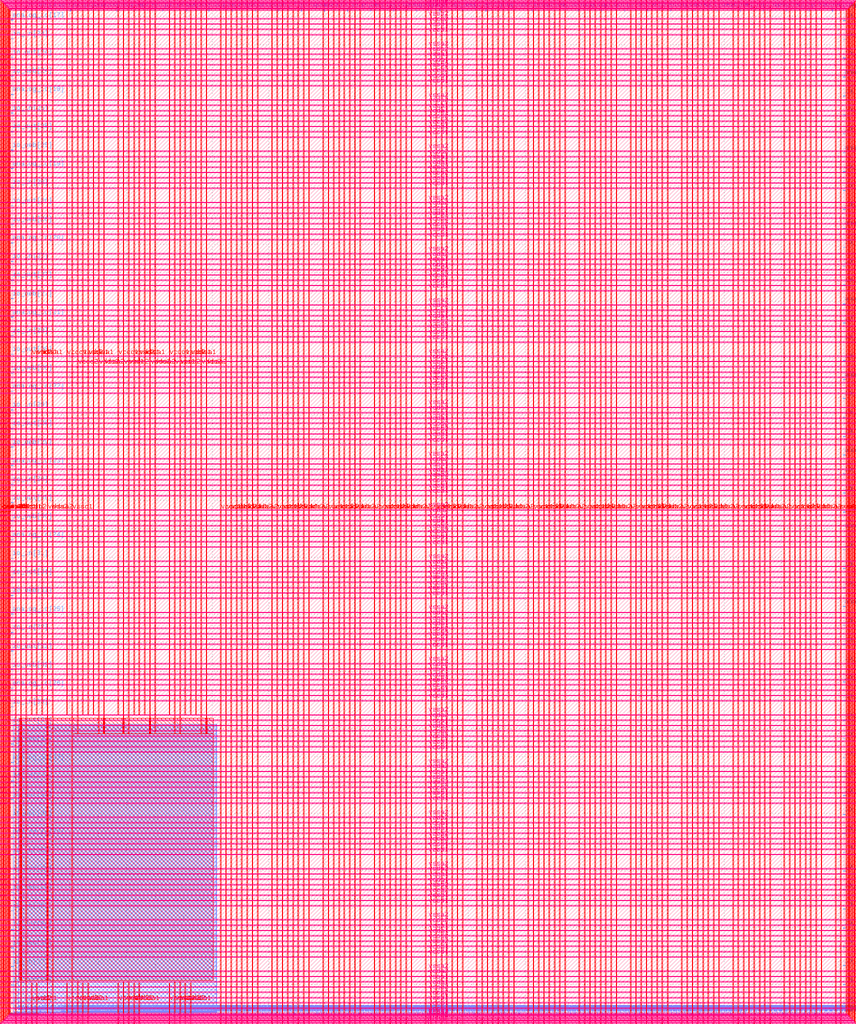
<source format=lef>
VERSION 5.7 ;
  NOWIREEXTENSIONATPIN ON ;
  DIVIDERCHAR "/" ;
  BUSBITCHARS "[]" ;
MACRO user_project_wrapper
  CLASS BLOCK ;
  FOREIGN user_project_wrapper ;
  ORIGIN 0.000 0.000 ;
  SIZE 2920.000 BY 3520.000 ;
  PIN analog_io[0]
    DIRECTION INOUT ;
    USE SIGNAL ;
    PORT
      LAYER met3 ;
        RECT 2917.600 1426.380 2924.800 1427.580 ;
    END
  END analog_io[0]
  PIN analog_io[10]
    DIRECTION INOUT ;
    USE SIGNAL ;
    PORT
      LAYER met2 ;
        RECT 2230.490 3517.600 2231.050 3524.800 ;
    END
  END analog_io[10]
  PIN analog_io[11]
    DIRECTION INOUT ;
    USE SIGNAL ;
    PORT
      LAYER met2 ;
        RECT 1905.730 3517.600 1906.290 3524.800 ;
    END
  END analog_io[11]
  PIN analog_io[12]
    DIRECTION INOUT ;
    USE SIGNAL ;
    PORT
      LAYER met2 ;
        RECT 1581.430 3517.600 1581.990 3524.800 ;
    END
  END analog_io[12]
  PIN analog_io[13]
    DIRECTION INOUT ;
    USE SIGNAL ;
    PORT
      LAYER met2 ;
        RECT 1257.130 3517.600 1257.690 3524.800 ;
    END
  END analog_io[13]
  PIN analog_io[14]
    DIRECTION INOUT ;
    USE SIGNAL ;
    PORT
      LAYER met2 ;
        RECT 932.370 3517.600 932.930 3524.800 ;
    END
  END analog_io[14]
  PIN analog_io[15]
    DIRECTION INOUT ;
    USE SIGNAL ;
    PORT
      LAYER met2 ;
        RECT 608.070 3517.600 608.630 3524.800 ;
    END
  END analog_io[15]
  PIN analog_io[16]
    DIRECTION INOUT ;
    USE SIGNAL ;
    PORT
      LAYER met2 ;
        RECT 283.770 3517.600 284.330 3524.800 ;
    END
  END analog_io[16]
  PIN analog_io[17]
    DIRECTION INOUT ;
    USE SIGNAL ;
    PORT
      LAYER met3 ;
        RECT -4.800 3486.100 2.400 3487.300 ;
    END
  END analog_io[17]
  PIN analog_io[18]
    DIRECTION INOUT ;
    USE SIGNAL ;
    PORT
      LAYER met3 ;
        RECT -4.800 3224.980 2.400 3226.180 ;
    END
  END analog_io[18]
  PIN analog_io[19]
    DIRECTION INOUT ;
    USE SIGNAL ;
    PORT
      LAYER met3 ;
        RECT -4.800 2964.540 2.400 2965.740 ;
    END
  END analog_io[19]
  PIN analog_io[1]
    DIRECTION INOUT ;
    USE SIGNAL ;
    PORT
      LAYER met3 ;
        RECT 2917.600 1692.260 2924.800 1693.460 ;
    END
  END analog_io[1]
  PIN analog_io[20]
    DIRECTION INOUT ;
    USE SIGNAL ;
    PORT
      LAYER met3 ;
        RECT -4.800 2703.420 2.400 2704.620 ;
    END
  END analog_io[20]
  PIN analog_io[21]
    DIRECTION INOUT ;
    USE SIGNAL ;
    PORT
      LAYER met3 ;
        RECT -4.800 2442.980 2.400 2444.180 ;
    END
  END analog_io[21]
  PIN analog_io[22]
    DIRECTION INOUT ;
    USE SIGNAL ;
    PORT
      LAYER met3 ;
        RECT -4.800 2182.540 2.400 2183.740 ;
    END
  END analog_io[22]
  PIN analog_io[23]
    DIRECTION INOUT ;
    USE SIGNAL ;
    PORT
      LAYER met3 ;
        RECT -4.800 1921.420 2.400 1922.620 ;
    END
  END analog_io[23]
  PIN analog_io[24]
    DIRECTION INOUT ;
    USE SIGNAL ;
    PORT
      LAYER met3 ;
        RECT -4.800 1660.980 2.400 1662.180 ;
    END
  END analog_io[24]
  PIN analog_io[25]
    DIRECTION INOUT ;
    USE SIGNAL ;
    PORT
      LAYER met3 ;
        RECT -4.800 1399.860 2.400 1401.060 ;
    END
  END analog_io[25]
  PIN analog_io[26]
    DIRECTION INOUT ;
    USE SIGNAL ;
    PORT
      LAYER met3 ;
        RECT -4.800 1139.420 2.400 1140.620 ;
    END
  END analog_io[26]
  PIN analog_io[27]
    DIRECTION INOUT ;
    USE SIGNAL ;
    PORT
      LAYER met3 ;
        RECT -4.800 878.980 2.400 880.180 ;
    END
  END analog_io[27]
  PIN analog_io[28]
    DIRECTION INOUT ;
    USE SIGNAL ;
    PORT
      LAYER met3 ;
        RECT -4.800 617.860 2.400 619.060 ;
    END
  END analog_io[28]
  PIN analog_io[2]
    DIRECTION INOUT ;
    USE SIGNAL ;
    PORT
      LAYER met3 ;
        RECT 2917.600 1958.140 2924.800 1959.340 ;
    END
  END analog_io[2]
  PIN analog_io[3]
    DIRECTION INOUT ;
    USE SIGNAL ;
    PORT
      LAYER met3 ;
        RECT 2917.600 2223.340 2924.800 2224.540 ;
    END
  END analog_io[3]
  PIN analog_io[4]
    DIRECTION INOUT ;
    USE SIGNAL ;
    PORT
      LAYER met3 ;
        RECT 2917.600 2489.220 2924.800 2490.420 ;
    END
  END analog_io[4]
  PIN analog_io[5]
    DIRECTION INOUT ;
    USE SIGNAL ;
    PORT
      LAYER met3 ;
        RECT 2917.600 2755.100 2924.800 2756.300 ;
    END
  END analog_io[5]
  PIN analog_io[6]
    DIRECTION INOUT ;
    USE SIGNAL ;
    PORT
      LAYER met3 ;
        RECT 2917.600 3020.300 2924.800 3021.500 ;
    END
  END analog_io[6]
  PIN analog_io[7]
    DIRECTION INOUT ;
    USE SIGNAL ;
    PORT
      LAYER met3 ;
        RECT 2917.600 3286.180 2924.800 3287.380 ;
    END
  END analog_io[7]
  PIN analog_io[8]
    DIRECTION INOUT ;
    USE SIGNAL ;
    PORT
      LAYER met2 ;
        RECT 2879.090 3517.600 2879.650 3524.800 ;
    END
  END analog_io[8]
  PIN analog_io[9]
    DIRECTION INOUT ;
    USE SIGNAL ;
    PORT
      LAYER met2 ;
        RECT 2554.790 3517.600 2555.350 3524.800 ;
    END
  END analog_io[9]
  PIN io_in[0]
    DIRECTION INPUT ;
    USE SIGNAL ;
    PORT
      LAYER met3 ;
        RECT 2917.600 32.380 2924.800 33.580 ;
    END
  END io_in[0]
  PIN io_in[10]
    DIRECTION INPUT ;
    USE SIGNAL ;
    PORT
      LAYER met3 ;
        RECT 2917.600 2289.980 2924.800 2291.180 ;
    END
  END io_in[10]
  PIN io_in[11]
    DIRECTION INPUT ;
    USE SIGNAL ;
    PORT
      LAYER met3 ;
        RECT 2917.600 2555.860 2924.800 2557.060 ;
    END
  END io_in[11]
  PIN io_in[12]
    DIRECTION INPUT ;
    USE SIGNAL ;
    PORT
      LAYER met3 ;
        RECT 2917.600 2821.060 2924.800 2822.260 ;
    END
  END io_in[12]
  PIN io_in[13]
    DIRECTION INPUT ;
    USE SIGNAL ;
    PORT
      LAYER met3 ;
        RECT 2917.600 3086.940 2924.800 3088.140 ;
    END
  END io_in[13]
  PIN io_in[14]
    DIRECTION INPUT ;
    USE SIGNAL ;
    PORT
      LAYER met3 ;
        RECT 2917.600 3352.820 2924.800 3354.020 ;
    END
  END io_in[14]
  PIN io_in[15]
    DIRECTION INPUT ;
    USE SIGNAL ;
    PORT
      LAYER met2 ;
        RECT 2798.130 3517.600 2798.690 3524.800 ;
    END
  END io_in[15]
  PIN io_in[16]
    DIRECTION INPUT ;
    USE SIGNAL ;
    PORT
      LAYER met2 ;
        RECT 2473.830 3517.600 2474.390 3524.800 ;
    END
  END io_in[16]
  PIN io_in[17]
    DIRECTION INPUT ;
    USE SIGNAL ;
    PORT
      LAYER met2 ;
        RECT 2149.070 3517.600 2149.630 3524.800 ;
    END
  END io_in[17]
  PIN io_in[18]
    DIRECTION INPUT ;
    USE SIGNAL ;
    PORT
      LAYER met2 ;
        RECT 1824.770 3517.600 1825.330 3524.800 ;
    END
  END io_in[18]
  PIN io_in[19]
    DIRECTION INPUT ;
    USE SIGNAL ;
    PORT
      LAYER met2 ;
        RECT 1500.470 3517.600 1501.030 3524.800 ;
    END
  END io_in[19]
  PIN io_in[1]
    DIRECTION INPUT ;
    USE SIGNAL ;
    PORT
      LAYER met3 ;
        RECT 2917.600 230.940 2924.800 232.140 ;
    END
  END io_in[1]
  PIN io_in[20]
    DIRECTION INPUT ;
    USE SIGNAL ;
    PORT
      LAYER met2 ;
        RECT 1175.710 3517.600 1176.270 3524.800 ;
    END
  END io_in[20]
  PIN io_in[21]
    DIRECTION INPUT ;
    USE SIGNAL ;
    PORT
      LAYER met2 ;
        RECT 851.410 3517.600 851.970 3524.800 ;
    END
  END io_in[21]
  PIN io_in[22]
    DIRECTION INPUT ;
    USE SIGNAL ;
    PORT
      LAYER met2 ;
        RECT 527.110 3517.600 527.670 3524.800 ;
    END
  END io_in[22]
  PIN io_in[23]
    DIRECTION INPUT ;
    USE SIGNAL ;
    PORT
      LAYER met2 ;
        RECT 202.350 3517.600 202.910 3524.800 ;
    END
  END io_in[23]
  PIN io_in[24]
    DIRECTION INPUT ;
    USE SIGNAL ;
    PORT
      LAYER met3 ;
        RECT -4.800 3420.820 2.400 3422.020 ;
    END
  END io_in[24]
  PIN io_in[25]
    DIRECTION INPUT ;
    USE SIGNAL ;
    PORT
      LAYER met3 ;
        RECT -4.800 3159.700 2.400 3160.900 ;
    END
  END io_in[25]
  PIN io_in[26]
    DIRECTION INPUT ;
    USE SIGNAL ;
    PORT
      LAYER met3 ;
        RECT -4.800 2899.260 2.400 2900.460 ;
    END
  END io_in[26]
  PIN io_in[27]
    DIRECTION INPUT ;
    USE SIGNAL ;
    PORT
      LAYER met3 ;
        RECT -4.800 2638.820 2.400 2640.020 ;
    END
  END io_in[27]
  PIN io_in[28]
    DIRECTION INPUT ;
    USE SIGNAL ;
    PORT
      LAYER met3 ;
        RECT -4.800 2377.700 2.400 2378.900 ;
    END
  END io_in[28]
  PIN io_in[29]
    DIRECTION INPUT ;
    USE SIGNAL ;
    PORT
      LAYER met3 ;
        RECT -4.800 2117.260 2.400 2118.460 ;
    END
  END io_in[29]
  PIN io_in[2]
    DIRECTION INPUT ;
    USE SIGNAL ;
    PORT
      LAYER met3 ;
        RECT 2917.600 430.180 2924.800 431.380 ;
    END
  END io_in[2]
  PIN io_in[30]
    DIRECTION INPUT ;
    USE SIGNAL ;
    PORT
      LAYER met3 ;
        RECT -4.800 1856.140 2.400 1857.340 ;
    END
  END io_in[30]
  PIN io_in[31]
    DIRECTION INPUT ;
    USE SIGNAL ;
    PORT
      LAYER met3 ;
        RECT -4.800 1595.700 2.400 1596.900 ;
    END
  END io_in[31]
  PIN io_in[32]
    DIRECTION INPUT ;
    USE SIGNAL ;
    PORT
      LAYER met3 ;
        RECT -4.800 1335.260 2.400 1336.460 ;
    END
  END io_in[32]
  PIN io_in[33]
    DIRECTION INPUT ;
    USE SIGNAL ;
    PORT
      LAYER met3 ;
        RECT -4.800 1074.140 2.400 1075.340 ;
    END
  END io_in[33]
  PIN io_in[34]
    DIRECTION INPUT ;
    USE SIGNAL ;
    PORT
      LAYER met3 ;
        RECT -4.800 813.700 2.400 814.900 ;
    END
  END io_in[34]
  PIN io_in[35]
    DIRECTION INPUT ;
    USE SIGNAL ;
    PORT
      LAYER met3 ;
        RECT -4.800 552.580 2.400 553.780 ;
    END
  END io_in[35]
  PIN io_in[36]
    DIRECTION INPUT ;
    USE SIGNAL ;
    PORT
      LAYER met3 ;
        RECT -4.800 357.420 2.400 358.620 ;
    END
  END io_in[36]
  PIN io_in[37]
    DIRECTION INPUT ;
    USE SIGNAL ;
    PORT
      LAYER met3 ;
        RECT -4.800 161.580 2.400 162.780 ;
    END
  END io_in[37]
  PIN io_in[3]
    DIRECTION INPUT ;
    USE SIGNAL ;
    PORT
      LAYER met3 ;
        RECT 2917.600 629.420 2924.800 630.620 ;
    END
  END io_in[3]
  PIN io_in[4]
    DIRECTION INPUT ;
    USE SIGNAL ;
    PORT
      LAYER met3 ;
        RECT 2917.600 828.660 2924.800 829.860 ;
    END
  END io_in[4]
  PIN io_in[5]
    DIRECTION INPUT ;
    USE SIGNAL ;
    PORT
      LAYER met3 ;
        RECT 2917.600 1027.900 2924.800 1029.100 ;
    END
  END io_in[5]
  PIN io_in[6]
    DIRECTION INPUT ;
    USE SIGNAL ;
    PORT
      LAYER met3 ;
        RECT 2917.600 1227.140 2924.800 1228.340 ;
    END
  END io_in[6]
  PIN io_in[7]
    DIRECTION INPUT ;
    USE SIGNAL ;
    PORT
      LAYER met3 ;
        RECT 2917.600 1493.020 2924.800 1494.220 ;
    END
  END io_in[7]
  PIN io_in[8]
    DIRECTION INPUT ;
    USE SIGNAL ;
    PORT
      LAYER met3 ;
        RECT 2917.600 1758.900 2924.800 1760.100 ;
    END
  END io_in[8]
  PIN io_in[9]
    DIRECTION INPUT ;
    USE SIGNAL ;
    PORT
      LAYER met3 ;
        RECT 2917.600 2024.100 2924.800 2025.300 ;
    END
  END io_in[9]
  PIN io_oeb[0]
    DIRECTION OUTPUT TRISTATE ;
    USE SIGNAL ;
    PORT
      LAYER met3 ;
        RECT 2917.600 164.980 2924.800 166.180 ;
    END
  END io_oeb[0]
  PIN io_oeb[10]
    DIRECTION OUTPUT TRISTATE ;
    USE SIGNAL ;
    PORT
      LAYER met3 ;
        RECT 2917.600 2422.580 2924.800 2423.780 ;
    END
  END io_oeb[10]
  PIN io_oeb[11]
    DIRECTION OUTPUT TRISTATE ;
    USE SIGNAL ;
    PORT
      LAYER met3 ;
        RECT 2917.600 2688.460 2924.800 2689.660 ;
    END
  END io_oeb[11]
  PIN io_oeb[12]
    DIRECTION OUTPUT TRISTATE ;
    USE SIGNAL ;
    PORT
      LAYER met3 ;
        RECT 2917.600 2954.340 2924.800 2955.540 ;
    END
  END io_oeb[12]
  PIN io_oeb[13]
    DIRECTION OUTPUT TRISTATE ;
    USE SIGNAL ;
    PORT
      LAYER met3 ;
        RECT 2917.600 3219.540 2924.800 3220.740 ;
    END
  END io_oeb[13]
  PIN io_oeb[14]
    DIRECTION OUTPUT TRISTATE ;
    USE SIGNAL ;
    PORT
      LAYER met3 ;
        RECT 2917.600 3485.420 2924.800 3486.620 ;
    END
  END io_oeb[14]
  PIN io_oeb[15]
    DIRECTION OUTPUT TRISTATE ;
    USE SIGNAL ;
    PORT
      LAYER met2 ;
        RECT 2635.750 3517.600 2636.310 3524.800 ;
    END
  END io_oeb[15]
  PIN io_oeb[16]
    DIRECTION OUTPUT TRISTATE ;
    USE SIGNAL ;
    PORT
      LAYER met2 ;
        RECT 2311.450 3517.600 2312.010 3524.800 ;
    END
  END io_oeb[16]
  PIN io_oeb[17]
    DIRECTION OUTPUT TRISTATE ;
    USE SIGNAL ;
    PORT
      LAYER met2 ;
        RECT 1987.150 3517.600 1987.710 3524.800 ;
    END
  END io_oeb[17]
  PIN io_oeb[18]
    DIRECTION OUTPUT TRISTATE ;
    USE SIGNAL ;
    PORT
      LAYER met2 ;
        RECT 1662.390 3517.600 1662.950 3524.800 ;
    END
  END io_oeb[18]
  PIN io_oeb[19]
    DIRECTION OUTPUT TRISTATE ;
    USE SIGNAL ;
    PORT
      LAYER met2 ;
        RECT 1338.090 3517.600 1338.650 3524.800 ;
    END
  END io_oeb[19]
  PIN io_oeb[1]
    DIRECTION OUTPUT TRISTATE ;
    USE SIGNAL ;
    PORT
      LAYER met3 ;
        RECT 2917.600 364.220 2924.800 365.420 ;
    END
  END io_oeb[1]
  PIN io_oeb[20]
    DIRECTION OUTPUT TRISTATE ;
    USE SIGNAL ;
    PORT
      LAYER met2 ;
        RECT 1013.790 3517.600 1014.350 3524.800 ;
    END
  END io_oeb[20]
  PIN io_oeb[21]
    DIRECTION OUTPUT TRISTATE ;
    USE SIGNAL ;
    PORT
      LAYER met2 ;
        RECT 689.030 3517.600 689.590 3524.800 ;
    END
  END io_oeb[21]
  PIN io_oeb[22]
    DIRECTION OUTPUT TRISTATE ;
    USE SIGNAL ;
    PORT
      LAYER met2 ;
        RECT 364.730 3517.600 365.290 3524.800 ;
    END
  END io_oeb[22]
  PIN io_oeb[23]
    DIRECTION OUTPUT TRISTATE ;
    USE SIGNAL ;
    PORT
      LAYER met2 ;
        RECT 40.430 3517.600 40.990 3524.800 ;
    END
  END io_oeb[23]
  PIN io_oeb[24]
    DIRECTION OUTPUT TRISTATE ;
    USE SIGNAL ;
    PORT
      LAYER met3 ;
        RECT -4.800 3290.260 2.400 3291.460 ;
    END
  END io_oeb[24]
  PIN io_oeb[25]
    DIRECTION OUTPUT TRISTATE ;
    USE SIGNAL ;
    PORT
      LAYER met3 ;
        RECT -4.800 3029.820 2.400 3031.020 ;
    END
  END io_oeb[25]
  PIN io_oeb[26]
    DIRECTION OUTPUT TRISTATE ;
    USE SIGNAL ;
    PORT
      LAYER met3 ;
        RECT -4.800 2768.700 2.400 2769.900 ;
    END
  END io_oeb[26]
  PIN io_oeb[27]
    DIRECTION OUTPUT TRISTATE ;
    USE SIGNAL ;
    PORT
      LAYER met3 ;
        RECT -4.800 2508.260 2.400 2509.460 ;
    END
  END io_oeb[27]
  PIN io_oeb[28]
    DIRECTION OUTPUT TRISTATE ;
    USE SIGNAL ;
    PORT
      LAYER met3 ;
        RECT -4.800 2247.140 2.400 2248.340 ;
    END
  END io_oeb[28]
  PIN io_oeb[29]
    DIRECTION OUTPUT TRISTATE ;
    USE SIGNAL ;
    PORT
      LAYER met3 ;
        RECT -4.800 1986.700 2.400 1987.900 ;
    END
  END io_oeb[29]
  PIN io_oeb[2]
    DIRECTION OUTPUT TRISTATE ;
    USE SIGNAL ;
    PORT
      LAYER met3 ;
        RECT 2917.600 563.460 2924.800 564.660 ;
    END
  END io_oeb[2]
  PIN io_oeb[30]
    DIRECTION OUTPUT TRISTATE ;
    USE SIGNAL ;
    PORT
      LAYER met3 ;
        RECT -4.800 1726.260 2.400 1727.460 ;
    END
  END io_oeb[30]
  PIN io_oeb[31]
    DIRECTION OUTPUT TRISTATE ;
    USE SIGNAL ;
    PORT
      LAYER met3 ;
        RECT -4.800 1465.140 2.400 1466.340 ;
    END
  END io_oeb[31]
  PIN io_oeb[32]
    DIRECTION OUTPUT TRISTATE ;
    USE SIGNAL ;
    PORT
      LAYER met3 ;
        RECT -4.800 1204.700 2.400 1205.900 ;
    END
  END io_oeb[32]
  PIN io_oeb[33]
    DIRECTION OUTPUT TRISTATE ;
    USE SIGNAL ;
    PORT
      LAYER met3 ;
        RECT -4.800 943.580 2.400 944.780 ;
    END
  END io_oeb[33]
  PIN io_oeb[34]
    DIRECTION OUTPUT TRISTATE ;
    USE SIGNAL ;
    PORT
      LAYER met3 ;
        RECT -4.800 683.140 2.400 684.340 ;
    END
  END io_oeb[34]
  PIN io_oeb[35]
    DIRECTION OUTPUT TRISTATE ;
    USE SIGNAL ;
    PORT
      LAYER met3 ;
        RECT -4.800 422.700 2.400 423.900 ;
    END
  END io_oeb[35]
  PIN io_oeb[36]
    DIRECTION OUTPUT TRISTATE ;
    USE SIGNAL ;
    PORT
      LAYER met3 ;
        RECT -4.800 226.860 2.400 228.060 ;
    END
  END io_oeb[36]
  PIN io_oeb[37]
    DIRECTION OUTPUT TRISTATE ;
    USE SIGNAL ;
    PORT
      LAYER met3 ;
        RECT -4.800 31.700 2.400 32.900 ;
    END
  END io_oeb[37]
  PIN io_oeb[3]
    DIRECTION OUTPUT TRISTATE ;
    USE SIGNAL ;
    PORT
      LAYER met3 ;
        RECT 2917.600 762.700 2924.800 763.900 ;
    END
  END io_oeb[3]
  PIN io_oeb[4]
    DIRECTION OUTPUT TRISTATE ;
    USE SIGNAL ;
    PORT
      LAYER met3 ;
        RECT 2917.600 961.940 2924.800 963.140 ;
    END
  END io_oeb[4]
  PIN io_oeb[5]
    DIRECTION OUTPUT TRISTATE ;
    USE SIGNAL ;
    PORT
      LAYER met3 ;
        RECT 2917.600 1161.180 2924.800 1162.380 ;
    END
  END io_oeb[5]
  PIN io_oeb[6]
    DIRECTION OUTPUT TRISTATE ;
    USE SIGNAL ;
    PORT
      LAYER met3 ;
        RECT 2917.600 1360.420 2924.800 1361.620 ;
    END
  END io_oeb[6]
  PIN io_oeb[7]
    DIRECTION OUTPUT TRISTATE ;
    USE SIGNAL ;
    PORT
      LAYER met3 ;
        RECT 2917.600 1625.620 2924.800 1626.820 ;
    END
  END io_oeb[7]
  PIN io_oeb[8]
    DIRECTION OUTPUT TRISTATE ;
    USE SIGNAL ;
    PORT
      LAYER met3 ;
        RECT 2917.600 1891.500 2924.800 1892.700 ;
    END
  END io_oeb[8]
  PIN io_oeb[9]
    DIRECTION OUTPUT TRISTATE ;
    USE SIGNAL ;
    PORT
      LAYER met3 ;
        RECT 2917.600 2157.380 2924.800 2158.580 ;
    END
  END io_oeb[9]
  PIN io_out[0]
    DIRECTION OUTPUT TRISTATE ;
    USE SIGNAL ;
    PORT
      LAYER met3 ;
        RECT 2917.600 98.340 2924.800 99.540 ;
    END
  END io_out[0]
  PIN io_out[10]
    DIRECTION OUTPUT TRISTATE ;
    USE SIGNAL ;
    PORT
      LAYER met3 ;
        RECT 2917.600 2356.620 2924.800 2357.820 ;
    END
  END io_out[10]
  PIN io_out[11]
    DIRECTION OUTPUT TRISTATE ;
    USE SIGNAL ;
    PORT
      LAYER met3 ;
        RECT 2917.600 2621.820 2924.800 2623.020 ;
    END
  END io_out[11]
  PIN io_out[12]
    DIRECTION OUTPUT TRISTATE ;
    USE SIGNAL ;
    PORT
      LAYER met3 ;
        RECT 2917.600 2887.700 2924.800 2888.900 ;
    END
  END io_out[12]
  PIN io_out[13]
    DIRECTION OUTPUT TRISTATE ;
    USE SIGNAL ;
    PORT
      LAYER met3 ;
        RECT 2917.600 3153.580 2924.800 3154.780 ;
    END
  END io_out[13]
  PIN io_out[14]
    DIRECTION OUTPUT TRISTATE ;
    USE SIGNAL ;
    PORT
      LAYER met3 ;
        RECT 2917.600 3418.780 2924.800 3419.980 ;
    END
  END io_out[14]
  PIN io_out[15]
    DIRECTION OUTPUT TRISTATE ;
    USE SIGNAL ;
    PORT
      LAYER met2 ;
        RECT 2717.170 3517.600 2717.730 3524.800 ;
    END
  END io_out[15]
  PIN io_out[16]
    DIRECTION OUTPUT TRISTATE ;
    USE SIGNAL ;
    PORT
      LAYER met2 ;
        RECT 2392.410 3517.600 2392.970 3524.800 ;
    END
  END io_out[16]
  PIN io_out[17]
    DIRECTION OUTPUT TRISTATE ;
    USE SIGNAL ;
    PORT
      LAYER met2 ;
        RECT 2068.110 3517.600 2068.670 3524.800 ;
    END
  END io_out[17]
  PIN io_out[18]
    DIRECTION OUTPUT TRISTATE ;
    USE SIGNAL ;
    PORT
      LAYER met2 ;
        RECT 1743.810 3517.600 1744.370 3524.800 ;
    END
  END io_out[18]
  PIN io_out[19]
    DIRECTION OUTPUT TRISTATE ;
    USE SIGNAL ;
    PORT
      LAYER met2 ;
        RECT 1419.050 3517.600 1419.610 3524.800 ;
    END
  END io_out[19]
  PIN io_out[1]
    DIRECTION OUTPUT TRISTATE ;
    USE SIGNAL ;
    PORT
      LAYER met3 ;
        RECT 2917.600 297.580 2924.800 298.780 ;
    END
  END io_out[1]
  PIN io_out[20]
    DIRECTION OUTPUT TRISTATE ;
    USE SIGNAL ;
    PORT
      LAYER met2 ;
        RECT 1094.750 3517.600 1095.310 3524.800 ;
    END
  END io_out[20]
  PIN io_out[21]
    DIRECTION OUTPUT TRISTATE ;
    USE SIGNAL ;
    PORT
      LAYER met2 ;
        RECT 770.450 3517.600 771.010 3524.800 ;
    END
  END io_out[21]
  PIN io_out[22]
    DIRECTION OUTPUT TRISTATE ;
    USE SIGNAL ;
    PORT
      LAYER met2 ;
        RECT 445.690 3517.600 446.250 3524.800 ;
    END
  END io_out[22]
  PIN io_out[23]
    DIRECTION OUTPUT TRISTATE ;
    USE SIGNAL ;
    PORT
      LAYER met2 ;
        RECT 121.390 3517.600 121.950 3524.800 ;
    END
  END io_out[23]
  PIN io_out[24]
    DIRECTION OUTPUT TRISTATE ;
    USE SIGNAL ;
    PORT
      LAYER met3 ;
        RECT -4.800 3355.540 2.400 3356.740 ;
    END
  END io_out[24]
  PIN io_out[25]
    DIRECTION OUTPUT TRISTATE ;
    USE SIGNAL ;
    PORT
      LAYER met3 ;
        RECT -4.800 3095.100 2.400 3096.300 ;
    END
  END io_out[25]
  PIN io_out[26]
    DIRECTION OUTPUT TRISTATE ;
    USE SIGNAL ;
    PORT
      LAYER met3 ;
        RECT -4.800 2833.980 2.400 2835.180 ;
    END
  END io_out[26]
  PIN io_out[27]
    DIRECTION OUTPUT TRISTATE ;
    USE SIGNAL ;
    PORT
      LAYER met3 ;
        RECT -4.800 2573.540 2.400 2574.740 ;
    END
  END io_out[27]
  PIN io_out[28]
    DIRECTION OUTPUT TRISTATE ;
    USE SIGNAL ;
    PORT
      LAYER met3 ;
        RECT -4.800 2312.420 2.400 2313.620 ;
    END
  END io_out[28]
  PIN io_out[29]
    DIRECTION OUTPUT TRISTATE ;
    USE SIGNAL ;
    PORT
      LAYER met3 ;
        RECT -4.800 2051.980 2.400 2053.180 ;
    END
  END io_out[29]
  PIN io_out[2]
    DIRECTION OUTPUT TRISTATE ;
    USE SIGNAL ;
    PORT
      LAYER met3 ;
        RECT 2917.600 496.820 2924.800 498.020 ;
    END
  END io_out[2]
  PIN io_out[30]
    DIRECTION OUTPUT TRISTATE ;
    USE SIGNAL ;
    PORT
      LAYER met3 ;
        RECT -4.800 1791.540 2.400 1792.740 ;
    END
  END io_out[30]
  PIN io_out[31]
    DIRECTION OUTPUT TRISTATE ;
    USE SIGNAL ;
    PORT
      LAYER met3 ;
        RECT -4.800 1530.420 2.400 1531.620 ;
    END
  END io_out[31]
  PIN io_out[32]
    DIRECTION OUTPUT TRISTATE ;
    USE SIGNAL ;
    PORT
      LAYER met3 ;
        RECT -4.800 1269.980 2.400 1271.180 ;
    END
  END io_out[32]
  PIN io_out[33]
    DIRECTION OUTPUT TRISTATE ;
    USE SIGNAL ;
    PORT
      LAYER met3 ;
        RECT -4.800 1008.860 2.400 1010.060 ;
    END
  END io_out[33]
  PIN io_out[34]
    DIRECTION OUTPUT TRISTATE ;
    USE SIGNAL ;
    PORT
      LAYER met3 ;
        RECT -4.800 748.420 2.400 749.620 ;
    END
  END io_out[34]
  PIN io_out[35]
    DIRECTION OUTPUT TRISTATE ;
    USE SIGNAL ;
    PORT
      LAYER met3 ;
        RECT -4.800 487.300 2.400 488.500 ;
    END
  END io_out[35]
  PIN io_out[36]
    DIRECTION OUTPUT TRISTATE ;
    USE SIGNAL ;
    PORT
      LAYER met3 ;
        RECT -4.800 292.140 2.400 293.340 ;
    END
  END io_out[36]
  PIN io_out[37]
    DIRECTION OUTPUT TRISTATE ;
    USE SIGNAL ;
    PORT
      LAYER met3 ;
        RECT -4.800 96.300 2.400 97.500 ;
    END
  END io_out[37]
  PIN io_out[3]
    DIRECTION OUTPUT TRISTATE ;
    USE SIGNAL ;
    PORT
      LAYER met3 ;
        RECT 2917.600 696.060 2924.800 697.260 ;
    END
  END io_out[3]
  PIN io_out[4]
    DIRECTION OUTPUT TRISTATE ;
    USE SIGNAL ;
    PORT
      LAYER met3 ;
        RECT 2917.600 895.300 2924.800 896.500 ;
    END
  END io_out[4]
  PIN io_out[5]
    DIRECTION OUTPUT TRISTATE ;
    USE SIGNAL ;
    PORT
      LAYER met3 ;
        RECT 2917.600 1094.540 2924.800 1095.740 ;
    END
  END io_out[5]
  PIN io_out[6]
    DIRECTION OUTPUT TRISTATE ;
    USE SIGNAL ;
    PORT
      LAYER met3 ;
        RECT 2917.600 1293.780 2924.800 1294.980 ;
    END
  END io_out[6]
  PIN io_out[7]
    DIRECTION OUTPUT TRISTATE ;
    USE SIGNAL ;
    PORT
      LAYER met3 ;
        RECT 2917.600 1559.660 2924.800 1560.860 ;
    END
  END io_out[7]
  PIN io_out[8]
    DIRECTION OUTPUT TRISTATE ;
    USE SIGNAL ;
    PORT
      LAYER met3 ;
        RECT 2917.600 1824.860 2924.800 1826.060 ;
    END
  END io_out[8]
  PIN io_out[9]
    DIRECTION OUTPUT TRISTATE ;
    USE SIGNAL ;
    PORT
      LAYER met3 ;
        RECT 2917.600 2090.740 2924.800 2091.940 ;
    END
  END io_out[9]
  PIN la_data_in[0]
    DIRECTION INPUT ;
    USE SIGNAL ;
    PORT
      LAYER met2 ;
        RECT 629.230 -4.800 629.790 2.400 ;
    END
  END la_data_in[0]
  PIN la_data_in[100]
    DIRECTION INPUT ;
    USE SIGNAL ;
    PORT
      LAYER met2 ;
        RECT 2402.530 -4.800 2403.090 2.400 ;
    END
  END la_data_in[100]
  PIN la_data_in[101]
    DIRECTION INPUT ;
    USE SIGNAL ;
    PORT
      LAYER met2 ;
        RECT 2420.010 -4.800 2420.570 2.400 ;
    END
  END la_data_in[101]
  PIN la_data_in[102]
    DIRECTION INPUT ;
    USE SIGNAL ;
    PORT
      LAYER met2 ;
        RECT 2437.950 -4.800 2438.510 2.400 ;
    END
  END la_data_in[102]
  PIN la_data_in[103]
    DIRECTION INPUT ;
    USE SIGNAL ;
    PORT
      LAYER met2 ;
        RECT 2455.430 -4.800 2455.990 2.400 ;
    END
  END la_data_in[103]
  PIN la_data_in[104]
    DIRECTION INPUT ;
    USE SIGNAL ;
    PORT
      LAYER met2 ;
        RECT 2473.370 -4.800 2473.930 2.400 ;
    END
  END la_data_in[104]
  PIN la_data_in[105]
    DIRECTION INPUT ;
    USE SIGNAL ;
    PORT
      LAYER met2 ;
        RECT 2490.850 -4.800 2491.410 2.400 ;
    END
  END la_data_in[105]
  PIN la_data_in[106]
    DIRECTION INPUT ;
    USE SIGNAL ;
    PORT
      LAYER met2 ;
        RECT 2508.790 -4.800 2509.350 2.400 ;
    END
  END la_data_in[106]
  PIN la_data_in[107]
    DIRECTION INPUT ;
    USE SIGNAL ;
    PORT
      LAYER met2 ;
        RECT 2526.730 -4.800 2527.290 2.400 ;
    END
  END la_data_in[107]
  PIN la_data_in[108]
    DIRECTION INPUT ;
    USE SIGNAL ;
    PORT
      LAYER met2 ;
        RECT 2544.210 -4.800 2544.770 2.400 ;
    END
  END la_data_in[108]
  PIN la_data_in[109]
    DIRECTION INPUT ;
    USE SIGNAL ;
    PORT
      LAYER met2 ;
        RECT 2562.150 -4.800 2562.710 2.400 ;
    END
  END la_data_in[109]
  PIN la_data_in[10]
    DIRECTION INPUT ;
    USE SIGNAL ;
    PORT
      LAYER met2 ;
        RECT 806.330 -4.800 806.890 2.400 ;
    END
  END la_data_in[10]
  PIN la_data_in[110]
    DIRECTION INPUT ;
    USE SIGNAL ;
    PORT
      LAYER met2 ;
        RECT 2579.630 -4.800 2580.190 2.400 ;
    END
  END la_data_in[110]
  PIN la_data_in[111]
    DIRECTION INPUT ;
    USE SIGNAL ;
    PORT
      LAYER met2 ;
        RECT 2597.570 -4.800 2598.130 2.400 ;
    END
  END la_data_in[111]
  PIN la_data_in[112]
    DIRECTION INPUT ;
    USE SIGNAL ;
    PORT
      LAYER met2 ;
        RECT 2615.050 -4.800 2615.610 2.400 ;
    END
  END la_data_in[112]
  PIN la_data_in[113]
    DIRECTION INPUT ;
    USE SIGNAL ;
    PORT
      LAYER met2 ;
        RECT 2632.990 -4.800 2633.550 2.400 ;
    END
  END la_data_in[113]
  PIN la_data_in[114]
    DIRECTION INPUT ;
    USE SIGNAL ;
    PORT
      LAYER met2 ;
        RECT 2650.470 -4.800 2651.030 2.400 ;
    END
  END la_data_in[114]
  PIN la_data_in[115]
    DIRECTION INPUT ;
    USE SIGNAL ;
    PORT
      LAYER met2 ;
        RECT 2668.410 -4.800 2668.970 2.400 ;
    END
  END la_data_in[115]
  PIN la_data_in[116]
    DIRECTION INPUT ;
    USE SIGNAL ;
    PORT
      LAYER met2 ;
        RECT 2685.890 -4.800 2686.450 2.400 ;
    END
  END la_data_in[116]
  PIN la_data_in[117]
    DIRECTION INPUT ;
    USE SIGNAL ;
    PORT
      LAYER met2 ;
        RECT 2703.830 -4.800 2704.390 2.400 ;
    END
  END la_data_in[117]
  PIN la_data_in[118]
    DIRECTION INPUT ;
    USE SIGNAL ;
    PORT
      LAYER met2 ;
        RECT 2721.770 -4.800 2722.330 2.400 ;
    END
  END la_data_in[118]
  PIN la_data_in[119]
    DIRECTION INPUT ;
    USE SIGNAL ;
    PORT
      LAYER met2 ;
        RECT 2739.250 -4.800 2739.810 2.400 ;
    END
  END la_data_in[119]
  PIN la_data_in[11]
    DIRECTION INPUT ;
    USE SIGNAL ;
    PORT
      LAYER met2 ;
        RECT 824.270 -4.800 824.830 2.400 ;
    END
  END la_data_in[11]
  PIN la_data_in[120]
    DIRECTION INPUT ;
    USE SIGNAL ;
    PORT
      LAYER met2 ;
        RECT 2757.190 -4.800 2757.750 2.400 ;
    END
  END la_data_in[120]
  PIN la_data_in[121]
    DIRECTION INPUT ;
    USE SIGNAL ;
    PORT
      LAYER met2 ;
        RECT 2774.670 -4.800 2775.230 2.400 ;
    END
  END la_data_in[121]
  PIN la_data_in[122]
    DIRECTION INPUT ;
    USE SIGNAL ;
    PORT
      LAYER met2 ;
        RECT 2792.610 -4.800 2793.170 2.400 ;
    END
  END la_data_in[122]
  PIN la_data_in[123]
    DIRECTION INPUT ;
    USE SIGNAL ;
    PORT
      LAYER met2 ;
        RECT 2810.090 -4.800 2810.650 2.400 ;
    END
  END la_data_in[123]
  PIN la_data_in[124]
    DIRECTION INPUT ;
    USE SIGNAL ;
    PORT
      LAYER met2 ;
        RECT 2828.030 -4.800 2828.590 2.400 ;
    END
  END la_data_in[124]
  PIN la_data_in[125]
    DIRECTION INPUT ;
    USE SIGNAL ;
    PORT
      LAYER met2 ;
        RECT 2845.510 -4.800 2846.070 2.400 ;
    END
  END la_data_in[125]
  PIN la_data_in[126]
    DIRECTION INPUT ;
    USE SIGNAL ;
    PORT
      LAYER met2 ;
        RECT 2863.450 -4.800 2864.010 2.400 ;
    END
  END la_data_in[126]
  PIN la_data_in[127]
    DIRECTION INPUT ;
    USE SIGNAL ;
    PORT
      LAYER met2 ;
        RECT 2881.390 -4.800 2881.950 2.400 ;
    END
  END la_data_in[127]
  PIN la_data_in[12]
    DIRECTION INPUT ;
    USE SIGNAL ;
    PORT
      LAYER met2 ;
        RECT 841.750 -4.800 842.310 2.400 ;
    END
  END la_data_in[12]
  PIN la_data_in[13]
    DIRECTION INPUT ;
    USE SIGNAL ;
    PORT
      LAYER met2 ;
        RECT 859.690 -4.800 860.250 2.400 ;
    END
  END la_data_in[13]
  PIN la_data_in[14]
    DIRECTION INPUT ;
    USE SIGNAL ;
    PORT
      LAYER met2 ;
        RECT 877.170 -4.800 877.730 2.400 ;
    END
  END la_data_in[14]
  PIN la_data_in[15]
    DIRECTION INPUT ;
    USE SIGNAL ;
    PORT
      LAYER met2 ;
        RECT 895.110 -4.800 895.670 2.400 ;
    END
  END la_data_in[15]
  PIN la_data_in[16]
    DIRECTION INPUT ;
    USE SIGNAL ;
    PORT
      LAYER met2 ;
        RECT 912.590 -4.800 913.150 2.400 ;
    END
  END la_data_in[16]
  PIN la_data_in[17]
    DIRECTION INPUT ;
    USE SIGNAL ;
    PORT
      LAYER met2 ;
        RECT 930.530 -4.800 931.090 2.400 ;
    END
  END la_data_in[17]
  PIN la_data_in[18]
    DIRECTION INPUT ;
    USE SIGNAL ;
    PORT
      LAYER met2 ;
        RECT 948.470 -4.800 949.030 2.400 ;
    END
  END la_data_in[18]
  PIN la_data_in[19]
    DIRECTION INPUT ;
    USE SIGNAL ;
    PORT
      LAYER met2 ;
        RECT 965.950 -4.800 966.510 2.400 ;
    END
  END la_data_in[19]
  PIN la_data_in[1]
    DIRECTION INPUT ;
    USE SIGNAL ;
    PORT
      LAYER met2 ;
        RECT 646.710 -4.800 647.270 2.400 ;
    END
  END la_data_in[1]
  PIN la_data_in[20]
    DIRECTION INPUT ;
    USE SIGNAL ;
    PORT
      LAYER met2 ;
        RECT 983.890 -4.800 984.450 2.400 ;
    END
  END la_data_in[20]
  PIN la_data_in[21]
    DIRECTION INPUT ;
    USE SIGNAL ;
    PORT
      LAYER met2 ;
        RECT 1001.370 -4.800 1001.930 2.400 ;
    END
  END la_data_in[21]
  PIN la_data_in[22]
    DIRECTION INPUT ;
    USE SIGNAL ;
    PORT
      LAYER met2 ;
        RECT 1019.310 -4.800 1019.870 2.400 ;
    END
  END la_data_in[22]
  PIN la_data_in[23]
    DIRECTION INPUT ;
    USE SIGNAL ;
    PORT
      LAYER met2 ;
        RECT 1036.790 -4.800 1037.350 2.400 ;
    END
  END la_data_in[23]
  PIN la_data_in[24]
    DIRECTION INPUT ;
    USE SIGNAL ;
    PORT
      LAYER met2 ;
        RECT 1054.730 -4.800 1055.290 2.400 ;
    END
  END la_data_in[24]
  PIN la_data_in[25]
    DIRECTION INPUT ;
    USE SIGNAL ;
    PORT
      LAYER met2 ;
        RECT 1072.210 -4.800 1072.770 2.400 ;
    END
  END la_data_in[25]
  PIN la_data_in[26]
    DIRECTION INPUT ;
    USE SIGNAL ;
    PORT
      LAYER met2 ;
        RECT 1090.150 -4.800 1090.710 2.400 ;
    END
  END la_data_in[26]
  PIN la_data_in[27]
    DIRECTION INPUT ;
    USE SIGNAL ;
    PORT
      LAYER met2 ;
        RECT 1107.630 -4.800 1108.190 2.400 ;
    END
  END la_data_in[27]
  PIN la_data_in[28]
    DIRECTION INPUT ;
    USE SIGNAL ;
    PORT
      LAYER met2 ;
        RECT 1125.570 -4.800 1126.130 2.400 ;
    END
  END la_data_in[28]
  PIN la_data_in[29]
    DIRECTION INPUT ;
    USE SIGNAL ;
    PORT
      LAYER met2 ;
        RECT 1143.510 -4.800 1144.070 2.400 ;
    END
  END la_data_in[29]
  PIN la_data_in[2]
    DIRECTION INPUT ;
    USE SIGNAL ;
    PORT
      LAYER met2 ;
        RECT 664.650 -4.800 665.210 2.400 ;
    END
  END la_data_in[2]
  PIN la_data_in[30]
    DIRECTION INPUT ;
    USE SIGNAL ;
    PORT
      LAYER met2 ;
        RECT 1160.990 -4.800 1161.550 2.400 ;
    END
  END la_data_in[30]
  PIN la_data_in[31]
    DIRECTION INPUT ;
    USE SIGNAL ;
    PORT
      LAYER met2 ;
        RECT 1178.930 -4.800 1179.490 2.400 ;
    END
  END la_data_in[31]
  PIN la_data_in[32]
    DIRECTION INPUT ;
    USE SIGNAL ;
    PORT
      LAYER met2 ;
        RECT 1196.410 -4.800 1196.970 2.400 ;
    END
  END la_data_in[32]
  PIN la_data_in[33]
    DIRECTION INPUT ;
    USE SIGNAL ;
    PORT
      LAYER met2 ;
        RECT 1214.350 -4.800 1214.910 2.400 ;
    END
  END la_data_in[33]
  PIN la_data_in[34]
    DIRECTION INPUT ;
    USE SIGNAL ;
    PORT
      LAYER met2 ;
        RECT 1231.830 -4.800 1232.390 2.400 ;
    END
  END la_data_in[34]
  PIN la_data_in[35]
    DIRECTION INPUT ;
    USE SIGNAL ;
    PORT
      LAYER met2 ;
        RECT 1249.770 -4.800 1250.330 2.400 ;
    END
  END la_data_in[35]
  PIN la_data_in[36]
    DIRECTION INPUT ;
    USE SIGNAL ;
    PORT
      LAYER met2 ;
        RECT 1267.250 -4.800 1267.810 2.400 ;
    END
  END la_data_in[36]
  PIN la_data_in[37]
    DIRECTION INPUT ;
    USE SIGNAL ;
    PORT
      LAYER met2 ;
        RECT 1285.190 -4.800 1285.750 2.400 ;
    END
  END la_data_in[37]
  PIN la_data_in[38]
    DIRECTION INPUT ;
    USE SIGNAL ;
    PORT
      LAYER met2 ;
        RECT 1303.130 -4.800 1303.690 2.400 ;
    END
  END la_data_in[38]
  PIN la_data_in[39]
    DIRECTION INPUT ;
    USE SIGNAL ;
    PORT
      LAYER met2 ;
        RECT 1320.610 -4.800 1321.170 2.400 ;
    END
  END la_data_in[39]
  PIN la_data_in[3]
    DIRECTION INPUT ;
    USE SIGNAL ;
    PORT
      LAYER met2 ;
        RECT 682.130 -4.800 682.690 2.400 ;
    END
  END la_data_in[3]
  PIN la_data_in[40]
    DIRECTION INPUT ;
    USE SIGNAL ;
    PORT
      LAYER met2 ;
        RECT 1338.550 -4.800 1339.110 2.400 ;
    END
  END la_data_in[40]
  PIN la_data_in[41]
    DIRECTION INPUT ;
    USE SIGNAL ;
    PORT
      LAYER met2 ;
        RECT 1356.030 -4.800 1356.590 2.400 ;
    END
  END la_data_in[41]
  PIN la_data_in[42]
    DIRECTION INPUT ;
    USE SIGNAL ;
    PORT
      LAYER met2 ;
        RECT 1373.970 -4.800 1374.530 2.400 ;
    END
  END la_data_in[42]
  PIN la_data_in[43]
    DIRECTION INPUT ;
    USE SIGNAL ;
    PORT
      LAYER met2 ;
        RECT 1391.450 -4.800 1392.010 2.400 ;
    END
  END la_data_in[43]
  PIN la_data_in[44]
    DIRECTION INPUT ;
    USE SIGNAL ;
    PORT
      LAYER met2 ;
        RECT 1409.390 -4.800 1409.950 2.400 ;
    END
  END la_data_in[44]
  PIN la_data_in[45]
    DIRECTION INPUT ;
    USE SIGNAL ;
    PORT
      LAYER met2 ;
        RECT 1426.870 -4.800 1427.430 2.400 ;
    END
  END la_data_in[45]
  PIN la_data_in[46]
    DIRECTION INPUT ;
    USE SIGNAL ;
    PORT
      LAYER met2 ;
        RECT 1444.810 -4.800 1445.370 2.400 ;
    END
  END la_data_in[46]
  PIN la_data_in[47]
    DIRECTION INPUT ;
    USE SIGNAL ;
    PORT
      LAYER met2 ;
        RECT 1462.750 -4.800 1463.310 2.400 ;
    END
  END la_data_in[47]
  PIN la_data_in[48]
    DIRECTION INPUT ;
    USE SIGNAL ;
    PORT
      LAYER met2 ;
        RECT 1480.230 -4.800 1480.790 2.400 ;
    END
  END la_data_in[48]
  PIN la_data_in[49]
    DIRECTION INPUT ;
    USE SIGNAL ;
    PORT
      LAYER met2 ;
        RECT 1498.170 -4.800 1498.730 2.400 ;
    END
  END la_data_in[49]
  PIN la_data_in[4]
    DIRECTION INPUT ;
    USE SIGNAL ;
    PORT
      LAYER met2 ;
        RECT 700.070 -4.800 700.630 2.400 ;
    END
  END la_data_in[4]
  PIN la_data_in[50]
    DIRECTION INPUT ;
    USE SIGNAL ;
    PORT
      LAYER met2 ;
        RECT 1515.650 -4.800 1516.210 2.400 ;
    END
  END la_data_in[50]
  PIN la_data_in[51]
    DIRECTION INPUT ;
    USE SIGNAL ;
    PORT
      LAYER met2 ;
        RECT 1533.590 -4.800 1534.150 2.400 ;
    END
  END la_data_in[51]
  PIN la_data_in[52]
    DIRECTION INPUT ;
    USE SIGNAL ;
    PORT
      LAYER met2 ;
        RECT 1551.070 -4.800 1551.630 2.400 ;
    END
  END la_data_in[52]
  PIN la_data_in[53]
    DIRECTION INPUT ;
    USE SIGNAL ;
    PORT
      LAYER met2 ;
        RECT 1569.010 -4.800 1569.570 2.400 ;
    END
  END la_data_in[53]
  PIN la_data_in[54]
    DIRECTION INPUT ;
    USE SIGNAL ;
    PORT
      LAYER met2 ;
        RECT 1586.490 -4.800 1587.050 2.400 ;
    END
  END la_data_in[54]
  PIN la_data_in[55]
    DIRECTION INPUT ;
    USE SIGNAL ;
    PORT
      LAYER met2 ;
        RECT 1604.430 -4.800 1604.990 2.400 ;
    END
  END la_data_in[55]
  PIN la_data_in[56]
    DIRECTION INPUT ;
    USE SIGNAL ;
    PORT
      LAYER met2 ;
        RECT 1621.910 -4.800 1622.470 2.400 ;
    END
  END la_data_in[56]
  PIN la_data_in[57]
    DIRECTION INPUT ;
    USE SIGNAL ;
    PORT
      LAYER met2 ;
        RECT 1639.850 -4.800 1640.410 2.400 ;
    END
  END la_data_in[57]
  PIN la_data_in[58]
    DIRECTION INPUT ;
    USE SIGNAL ;
    PORT
      LAYER met2 ;
        RECT 1657.790 -4.800 1658.350 2.400 ;
    END
  END la_data_in[58]
  PIN la_data_in[59]
    DIRECTION INPUT ;
    USE SIGNAL ;
    PORT
      LAYER met2 ;
        RECT 1675.270 -4.800 1675.830 2.400 ;
    END
  END la_data_in[59]
  PIN la_data_in[5]
    DIRECTION INPUT ;
    USE SIGNAL ;
    PORT
      LAYER met2 ;
        RECT 717.550 -4.800 718.110 2.400 ;
    END
  END la_data_in[5]
  PIN la_data_in[60]
    DIRECTION INPUT ;
    USE SIGNAL ;
    PORT
      LAYER met2 ;
        RECT 1693.210 -4.800 1693.770 2.400 ;
    END
  END la_data_in[60]
  PIN la_data_in[61]
    DIRECTION INPUT ;
    USE SIGNAL ;
    PORT
      LAYER met2 ;
        RECT 1710.690 -4.800 1711.250 2.400 ;
    END
  END la_data_in[61]
  PIN la_data_in[62]
    DIRECTION INPUT ;
    USE SIGNAL ;
    PORT
      LAYER met2 ;
        RECT 1728.630 -4.800 1729.190 2.400 ;
    END
  END la_data_in[62]
  PIN la_data_in[63]
    DIRECTION INPUT ;
    USE SIGNAL ;
    PORT
      LAYER met2 ;
        RECT 1746.110 -4.800 1746.670 2.400 ;
    END
  END la_data_in[63]
  PIN la_data_in[64]
    DIRECTION INPUT ;
    USE SIGNAL ;
    PORT
      LAYER met2 ;
        RECT 1764.050 -4.800 1764.610 2.400 ;
    END
  END la_data_in[64]
  PIN la_data_in[65]
    DIRECTION INPUT ;
    USE SIGNAL ;
    PORT
      LAYER met2 ;
        RECT 1781.530 -4.800 1782.090 2.400 ;
    END
  END la_data_in[65]
  PIN la_data_in[66]
    DIRECTION INPUT ;
    USE SIGNAL ;
    PORT
      LAYER met2 ;
        RECT 1799.470 -4.800 1800.030 2.400 ;
    END
  END la_data_in[66]
  PIN la_data_in[67]
    DIRECTION INPUT ;
    USE SIGNAL ;
    PORT
      LAYER met2 ;
        RECT 1817.410 -4.800 1817.970 2.400 ;
    END
  END la_data_in[67]
  PIN la_data_in[68]
    DIRECTION INPUT ;
    USE SIGNAL ;
    PORT
      LAYER met2 ;
        RECT 1834.890 -4.800 1835.450 2.400 ;
    END
  END la_data_in[68]
  PIN la_data_in[69]
    DIRECTION INPUT ;
    USE SIGNAL ;
    PORT
      LAYER met2 ;
        RECT 1852.830 -4.800 1853.390 2.400 ;
    END
  END la_data_in[69]
  PIN la_data_in[6]
    DIRECTION INPUT ;
    USE SIGNAL ;
    PORT
      LAYER met2 ;
        RECT 735.490 -4.800 736.050 2.400 ;
    END
  END la_data_in[6]
  PIN la_data_in[70]
    DIRECTION INPUT ;
    USE SIGNAL ;
    PORT
      LAYER met2 ;
        RECT 1870.310 -4.800 1870.870 2.400 ;
    END
  END la_data_in[70]
  PIN la_data_in[71]
    DIRECTION INPUT ;
    USE SIGNAL ;
    PORT
      LAYER met2 ;
        RECT 1888.250 -4.800 1888.810 2.400 ;
    END
  END la_data_in[71]
  PIN la_data_in[72]
    DIRECTION INPUT ;
    USE SIGNAL ;
    PORT
      LAYER met2 ;
        RECT 1905.730 -4.800 1906.290 2.400 ;
    END
  END la_data_in[72]
  PIN la_data_in[73]
    DIRECTION INPUT ;
    USE SIGNAL ;
    PORT
      LAYER met2 ;
        RECT 1923.670 -4.800 1924.230 2.400 ;
    END
  END la_data_in[73]
  PIN la_data_in[74]
    DIRECTION INPUT ;
    USE SIGNAL ;
    PORT
      LAYER met2 ;
        RECT 1941.150 -4.800 1941.710 2.400 ;
    END
  END la_data_in[74]
  PIN la_data_in[75]
    DIRECTION INPUT ;
    USE SIGNAL ;
    PORT
      LAYER met2 ;
        RECT 1959.090 -4.800 1959.650 2.400 ;
    END
  END la_data_in[75]
  PIN la_data_in[76]
    DIRECTION INPUT ;
    USE SIGNAL ;
    PORT
      LAYER met2 ;
        RECT 1976.570 -4.800 1977.130 2.400 ;
    END
  END la_data_in[76]
  PIN la_data_in[77]
    DIRECTION INPUT ;
    USE SIGNAL ;
    PORT
      LAYER met2 ;
        RECT 1994.510 -4.800 1995.070 2.400 ;
    END
  END la_data_in[77]
  PIN la_data_in[78]
    DIRECTION INPUT ;
    USE SIGNAL ;
    PORT
      LAYER met2 ;
        RECT 2012.450 -4.800 2013.010 2.400 ;
    END
  END la_data_in[78]
  PIN la_data_in[79]
    DIRECTION INPUT ;
    USE SIGNAL ;
    PORT
      LAYER met2 ;
        RECT 2029.930 -4.800 2030.490 2.400 ;
    END
  END la_data_in[79]
  PIN la_data_in[7]
    DIRECTION INPUT ;
    USE SIGNAL ;
    PORT
      LAYER met2 ;
        RECT 752.970 -4.800 753.530 2.400 ;
    END
  END la_data_in[7]
  PIN la_data_in[80]
    DIRECTION INPUT ;
    USE SIGNAL ;
    PORT
      LAYER met2 ;
        RECT 2047.870 -4.800 2048.430 2.400 ;
    END
  END la_data_in[80]
  PIN la_data_in[81]
    DIRECTION INPUT ;
    USE SIGNAL ;
    PORT
      LAYER met2 ;
        RECT 2065.350 -4.800 2065.910 2.400 ;
    END
  END la_data_in[81]
  PIN la_data_in[82]
    DIRECTION INPUT ;
    USE SIGNAL ;
    PORT
      LAYER met2 ;
        RECT 2083.290 -4.800 2083.850 2.400 ;
    END
  END la_data_in[82]
  PIN la_data_in[83]
    DIRECTION INPUT ;
    USE SIGNAL ;
    PORT
      LAYER met2 ;
        RECT 2100.770 -4.800 2101.330 2.400 ;
    END
  END la_data_in[83]
  PIN la_data_in[84]
    DIRECTION INPUT ;
    USE SIGNAL ;
    PORT
      LAYER met2 ;
        RECT 2118.710 -4.800 2119.270 2.400 ;
    END
  END la_data_in[84]
  PIN la_data_in[85]
    DIRECTION INPUT ;
    USE SIGNAL ;
    PORT
      LAYER met2 ;
        RECT 2136.190 -4.800 2136.750 2.400 ;
    END
  END la_data_in[85]
  PIN la_data_in[86]
    DIRECTION INPUT ;
    USE SIGNAL ;
    PORT
      LAYER met2 ;
        RECT 2154.130 -4.800 2154.690 2.400 ;
    END
  END la_data_in[86]
  PIN la_data_in[87]
    DIRECTION INPUT ;
    USE SIGNAL ;
    PORT
      LAYER met2 ;
        RECT 2172.070 -4.800 2172.630 2.400 ;
    END
  END la_data_in[87]
  PIN la_data_in[88]
    DIRECTION INPUT ;
    USE SIGNAL ;
    PORT
      LAYER met2 ;
        RECT 2189.550 -4.800 2190.110 2.400 ;
    END
  END la_data_in[88]
  PIN la_data_in[89]
    DIRECTION INPUT ;
    USE SIGNAL ;
    PORT
      LAYER met2 ;
        RECT 2207.490 -4.800 2208.050 2.400 ;
    END
  END la_data_in[89]
  PIN la_data_in[8]
    DIRECTION INPUT ;
    USE SIGNAL ;
    PORT
      LAYER met2 ;
        RECT 770.910 -4.800 771.470 2.400 ;
    END
  END la_data_in[8]
  PIN la_data_in[90]
    DIRECTION INPUT ;
    USE SIGNAL ;
    PORT
      LAYER met2 ;
        RECT 2224.970 -4.800 2225.530 2.400 ;
    END
  END la_data_in[90]
  PIN la_data_in[91]
    DIRECTION INPUT ;
    USE SIGNAL ;
    PORT
      LAYER met2 ;
        RECT 2242.910 -4.800 2243.470 2.400 ;
    END
  END la_data_in[91]
  PIN la_data_in[92]
    DIRECTION INPUT ;
    USE SIGNAL ;
    PORT
      LAYER met2 ;
        RECT 2260.390 -4.800 2260.950 2.400 ;
    END
  END la_data_in[92]
  PIN la_data_in[93]
    DIRECTION INPUT ;
    USE SIGNAL ;
    PORT
      LAYER met2 ;
        RECT 2278.330 -4.800 2278.890 2.400 ;
    END
  END la_data_in[93]
  PIN la_data_in[94]
    DIRECTION INPUT ;
    USE SIGNAL ;
    PORT
      LAYER met2 ;
        RECT 2295.810 -4.800 2296.370 2.400 ;
    END
  END la_data_in[94]
  PIN la_data_in[95]
    DIRECTION INPUT ;
    USE SIGNAL ;
    PORT
      LAYER met2 ;
        RECT 2313.750 -4.800 2314.310 2.400 ;
    END
  END la_data_in[95]
  PIN la_data_in[96]
    DIRECTION INPUT ;
    USE SIGNAL ;
    PORT
      LAYER met2 ;
        RECT 2331.230 -4.800 2331.790 2.400 ;
    END
  END la_data_in[96]
  PIN la_data_in[97]
    DIRECTION INPUT ;
    USE SIGNAL ;
    PORT
      LAYER met2 ;
        RECT 2349.170 -4.800 2349.730 2.400 ;
    END
  END la_data_in[97]
  PIN la_data_in[98]
    DIRECTION INPUT ;
    USE SIGNAL ;
    PORT
      LAYER met2 ;
        RECT 2367.110 -4.800 2367.670 2.400 ;
    END
  END la_data_in[98]
  PIN la_data_in[99]
    DIRECTION INPUT ;
    USE SIGNAL ;
    PORT
      LAYER met2 ;
        RECT 2384.590 -4.800 2385.150 2.400 ;
    END
  END la_data_in[99]
  PIN la_data_in[9]
    DIRECTION INPUT ;
    USE SIGNAL ;
    PORT
      LAYER met2 ;
        RECT 788.850 -4.800 789.410 2.400 ;
    END
  END la_data_in[9]
  PIN la_data_out[0]
    DIRECTION OUTPUT TRISTATE ;
    USE SIGNAL ;
    PORT
      LAYER met2 ;
        RECT 634.750 -4.800 635.310 2.400 ;
    END
  END la_data_out[0]
  PIN la_data_out[100]
    DIRECTION OUTPUT TRISTATE ;
    USE SIGNAL ;
    PORT
      LAYER met2 ;
        RECT 2408.510 -4.800 2409.070 2.400 ;
    END
  END la_data_out[100]
  PIN la_data_out[101]
    DIRECTION OUTPUT TRISTATE ;
    USE SIGNAL ;
    PORT
      LAYER met2 ;
        RECT 2425.990 -4.800 2426.550 2.400 ;
    END
  END la_data_out[101]
  PIN la_data_out[102]
    DIRECTION OUTPUT TRISTATE ;
    USE SIGNAL ;
    PORT
      LAYER met2 ;
        RECT 2443.930 -4.800 2444.490 2.400 ;
    END
  END la_data_out[102]
  PIN la_data_out[103]
    DIRECTION OUTPUT TRISTATE ;
    USE SIGNAL ;
    PORT
      LAYER met2 ;
        RECT 2461.410 -4.800 2461.970 2.400 ;
    END
  END la_data_out[103]
  PIN la_data_out[104]
    DIRECTION OUTPUT TRISTATE ;
    USE SIGNAL ;
    PORT
      LAYER met2 ;
        RECT 2479.350 -4.800 2479.910 2.400 ;
    END
  END la_data_out[104]
  PIN la_data_out[105]
    DIRECTION OUTPUT TRISTATE ;
    USE SIGNAL ;
    PORT
      LAYER met2 ;
        RECT 2496.830 -4.800 2497.390 2.400 ;
    END
  END la_data_out[105]
  PIN la_data_out[106]
    DIRECTION OUTPUT TRISTATE ;
    USE SIGNAL ;
    PORT
      LAYER met2 ;
        RECT 2514.770 -4.800 2515.330 2.400 ;
    END
  END la_data_out[106]
  PIN la_data_out[107]
    DIRECTION OUTPUT TRISTATE ;
    USE SIGNAL ;
    PORT
      LAYER met2 ;
        RECT 2532.250 -4.800 2532.810 2.400 ;
    END
  END la_data_out[107]
  PIN la_data_out[108]
    DIRECTION OUTPUT TRISTATE ;
    USE SIGNAL ;
    PORT
      LAYER met2 ;
        RECT 2550.190 -4.800 2550.750 2.400 ;
    END
  END la_data_out[108]
  PIN la_data_out[109]
    DIRECTION OUTPUT TRISTATE ;
    USE SIGNAL ;
    PORT
      LAYER met2 ;
        RECT 2567.670 -4.800 2568.230 2.400 ;
    END
  END la_data_out[109]
  PIN la_data_out[10]
    DIRECTION OUTPUT TRISTATE ;
    USE SIGNAL ;
    PORT
      LAYER met2 ;
        RECT 812.310 -4.800 812.870 2.400 ;
    END
  END la_data_out[10]
  PIN la_data_out[110]
    DIRECTION OUTPUT TRISTATE ;
    USE SIGNAL ;
    PORT
      LAYER met2 ;
        RECT 2585.610 -4.800 2586.170 2.400 ;
    END
  END la_data_out[110]
  PIN la_data_out[111]
    DIRECTION OUTPUT TRISTATE ;
    USE SIGNAL ;
    PORT
      LAYER met2 ;
        RECT 2603.550 -4.800 2604.110 2.400 ;
    END
  END la_data_out[111]
  PIN la_data_out[112]
    DIRECTION OUTPUT TRISTATE ;
    USE SIGNAL ;
    PORT
      LAYER met2 ;
        RECT 2621.030 -4.800 2621.590 2.400 ;
    END
  END la_data_out[112]
  PIN la_data_out[113]
    DIRECTION OUTPUT TRISTATE ;
    USE SIGNAL ;
    PORT
      LAYER met2 ;
        RECT 2638.970 -4.800 2639.530 2.400 ;
    END
  END la_data_out[113]
  PIN la_data_out[114]
    DIRECTION OUTPUT TRISTATE ;
    USE SIGNAL ;
    PORT
      LAYER met2 ;
        RECT 2656.450 -4.800 2657.010 2.400 ;
    END
  END la_data_out[114]
  PIN la_data_out[115]
    DIRECTION OUTPUT TRISTATE ;
    USE SIGNAL ;
    PORT
      LAYER met2 ;
        RECT 2674.390 -4.800 2674.950 2.400 ;
    END
  END la_data_out[115]
  PIN la_data_out[116]
    DIRECTION OUTPUT TRISTATE ;
    USE SIGNAL ;
    PORT
      LAYER met2 ;
        RECT 2691.870 -4.800 2692.430 2.400 ;
    END
  END la_data_out[116]
  PIN la_data_out[117]
    DIRECTION OUTPUT TRISTATE ;
    USE SIGNAL ;
    PORT
      LAYER met2 ;
        RECT 2709.810 -4.800 2710.370 2.400 ;
    END
  END la_data_out[117]
  PIN la_data_out[118]
    DIRECTION OUTPUT TRISTATE ;
    USE SIGNAL ;
    PORT
      LAYER met2 ;
        RECT 2727.290 -4.800 2727.850 2.400 ;
    END
  END la_data_out[118]
  PIN la_data_out[119]
    DIRECTION OUTPUT TRISTATE ;
    USE SIGNAL ;
    PORT
      LAYER met2 ;
        RECT 2745.230 -4.800 2745.790 2.400 ;
    END
  END la_data_out[119]
  PIN la_data_out[11]
    DIRECTION OUTPUT TRISTATE ;
    USE SIGNAL ;
    PORT
      LAYER met2 ;
        RECT 830.250 -4.800 830.810 2.400 ;
    END
  END la_data_out[11]
  PIN la_data_out[120]
    DIRECTION OUTPUT TRISTATE ;
    USE SIGNAL ;
    PORT
      LAYER met2 ;
        RECT 2763.170 -4.800 2763.730 2.400 ;
    END
  END la_data_out[120]
  PIN la_data_out[121]
    DIRECTION OUTPUT TRISTATE ;
    USE SIGNAL ;
    PORT
      LAYER met2 ;
        RECT 2780.650 -4.800 2781.210 2.400 ;
    END
  END la_data_out[121]
  PIN la_data_out[122]
    DIRECTION OUTPUT TRISTATE ;
    USE SIGNAL ;
    PORT
      LAYER met2 ;
        RECT 2798.590 -4.800 2799.150 2.400 ;
    END
  END la_data_out[122]
  PIN la_data_out[123]
    DIRECTION OUTPUT TRISTATE ;
    USE SIGNAL ;
    PORT
      LAYER met2 ;
        RECT 2816.070 -4.800 2816.630 2.400 ;
    END
  END la_data_out[123]
  PIN la_data_out[124]
    DIRECTION OUTPUT TRISTATE ;
    USE SIGNAL ;
    PORT
      LAYER met2 ;
        RECT 2834.010 -4.800 2834.570 2.400 ;
    END
  END la_data_out[124]
  PIN la_data_out[125]
    DIRECTION OUTPUT TRISTATE ;
    USE SIGNAL ;
    PORT
      LAYER met2 ;
        RECT 2851.490 -4.800 2852.050 2.400 ;
    END
  END la_data_out[125]
  PIN la_data_out[126]
    DIRECTION OUTPUT TRISTATE ;
    USE SIGNAL ;
    PORT
      LAYER met2 ;
        RECT 2869.430 -4.800 2869.990 2.400 ;
    END
  END la_data_out[126]
  PIN la_data_out[127]
    DIRECTION OUTPUT TRISTATE ;
    USE SIGNAL ;
    PORT
      LAYER met2 ;
        RECT 2886.910 -4.800 2887.470 2.400 ;
    END
  END la_data_out[127]
  PIN la_data_out[12]
    DIRECTION OUTPUT TRISTATE ;
    USE SIGNAL ;
    PORT
      LAYER met2 ;
        RECT 847.730 -4.800 848.290 2.400 ;
    END
  END la_data_out[12]
  PIN la_data_out[13]
    DIRECTION OUTPUT TRISTATE ;
    USE SIGNAL ;
    PORT
      LAYER met2 ;
        RECT 865.670 -4.800 866.230 2.400 ;
    END
  END la_data_out[13]
  PIN la_data_out[14]
    DIRECTION OUTPUT TRISTATE ;
    USE SIGNAL ;
    PORT
      LAYER met2 ;
        RECT 883.150 -4.800 883.710 2.400 ;
    END
  END la_data_out[14]
  PIN la_data_out[15]
    DIRECTION OUTPUT TRISTATE ;
    USE SIGNAL ;
    PORT
      LAYER met2 ;
        RECT 901.090 -4.800 901.650 2.400 ;
    END
  END la_data_out[15]
  PIN la_data_out[16]
    DIRECTION OUTPUT TRISTATE ;
    USE SIGNAL ;
    PORT
      LAYER met2 ;
        RECT 918.570 -4.800 919.130 2.400 ;
    END
  END la_data_out[16]
  PIN la_data_out[17]
    DIRECTION OUTPUT TRISTATE ;
    USE SIGNAL ;
    PORT
      LAYER met2 ;
        RECT 936.510 -4.800 937.070 2.400 ;
    END
  END la_data_out[17]
  PIN la_data_out[18]
    DIRECTION OUTPUT TRISTATE ;
    USE SIGNAL ;
    PORT
      LAYER met2 ;
        RECT 953.990 -4.800 954.550 2.400 ;
    END
  END la_data_out[18]
  PIN la_data_out[19]
    DIRECTION OUTPUT TRISTATE ;
    USE SIGNAL ;
    PORT
      LAYER met2 ;
        RECT 971.930 -4.800 972.490 2.400 ;
    END
  END la_data_out[19]
  PIN la_data_out[1]
    DIRECTION OUTPUT TRISTATE ;
    USE SIGNAL ;
    PORT
      LAYER met2 ;
        RECT 652.690 -4.800 653.250 2.400 ;
    END
  END la_data_out[1]
  PIN la_data_out[20]
    DIRECTION OUTPUT TRISTATE ;
    USE SIGNAL ;
    PORT
      LAYER met2 ;
        RECT 989.410 -4.800 989.970 2.400 ;
    END
  END la_data_out[20]
  PIN la_data_out[21]
    DIRECTION OUTPUT TRISTATE ;
    USE SIGNAL ;
    PORT
      LAYER met2 ;
        RECT 1007.350 -4.800 1007.910 2.400 ;
    END
  END la_data_out[21]
  PIN la_data_out[22]
    DIRECTION OUTPUT TRISTATE ;
    USE SIGNAL ;
    PORT
      LAYER met2 ;
        RECT 1025.290 -4.800 1025.850 2.400 ;
    END
  END la_data_out[22]
  PIN la_data_out[23]
    DIRECTION OUTPUT TRISTATE ;
    USE SIGNAL ;
    PORT
      LAYER met2 ;
        RECT 1042.770 -4.800 1043.330 2.400 ;
    END
  END la_data_out[23]
  PIN la_data_out[24]
    DIRECTION OUTPUT TRISTATE ;
    USE SIGNAL ;
    PORT
      LAYER met2 ;
        RECT 1060.710 -4.800 1061.270 2.400 ;
    END
  END la_data_out[24]
  PIN la_data_out[25]
    DIRECTION OUTPUT TRISTATE ;
    USE SIGNAL ;
    PORT
      LAYER met2 ;
        RECT 1078.190 -4.800 1078.750 2.400 ;
    END
  END la_data_out[25]
  PIN la_data_out[26]
    DIRECTION OUTPUT TRISTATE ;
    USE SIGNAL ;
    PORT
      LAYER met2 ;
        RECT 1096.130 -4.800 1096.690 2.400 ;
    END
  END la_data_out[26]
  PIN la_data_out[27]
    DIRECTION OUTPUT TRISTATE ;
    USE SIGNAL ;
    PORT
      LAYER met2 ;
        RECT 1113.610 -4.800 1114.170 2.400 ;
    END
  END la_data_out[27]
  PIN la_data_out[28]
    DIRECTION OUTPUT TRISTATE ;
    USE SIGNAL ;
    PORT
      LAYER met2 ;
        RECT 1131.550 -4.800 1132.110 2.400 ;
    END
  END la_data_out[28]
  PIN la_data_out[29]
    DIRECTION OUTPUT TRISTATE ;
    USE SIGNAL ;
    PORT
      LAYER met2 ;
        RECT 1149.030 -4.800 1149.590 2.400 ;
    END
  END la_data_out[29]
  PIN la_data_out[2]
    DIRECTION OUTPUT TRISTATE ;
    USE SIGNAL ;
    PORT
      LAYER met2 ;
        RECT 670.630 -4.800 671.190 2.400 ;
    END
  END la_data_out[2]
  PIN la_data_out[30]
    DIRECTION OUTPUT TRISTATE ;
    USE SIGNAL ;
    PORT
      LAYER met2 ;
        RECT 1166.970 -4.800 1167.530 2.400 ;
    END
  END la_data_out[30]
  PIN la_data_out[31]
    DIRECTION OUTPUT TRISTATE ;
    USE SIGNAL ;
    PORT
      LAYER met2 ;
        RECT 1184.910 -4.800 1185.470 2.400 ;
    END
  END la_data_out[31]
  PIN la_data_out[32]
    DIRECTION OUTPUT TRISTATE ;
    USE SIGNAL ;
    PORT
      LAYER met2 ;
        RECT 1202.390 -4.800 1202.950 2.400 ;
    END
  END la_data_out[32]
  PIN la_data_out[33]
    DIRECTION OUTPUT TRISTATE ;
    USE SIGNAL ;
    PORT
      LAYER met2 ;
        RECT 1220.330 -4.800 1220.890 2.400 ;
    END
  END la_data_out[33]
  PIN la_data_out[34]
    DIRECTION OUTPUT TRISTATE ;
    USE SIGNAL ;
    PORT
      LAYER met2 ;
        RECT 1237.810 -4.800 1238.370 2.400 ;
    END
  END la_data_out[34]
  PIN la_data_out[35]
    DIRECTION OUTPUT TRISTATE ;
    USE SIGNAL ;
    PORT
      LAYER met2 ;
        RECT 1255.750 -4.800 1256.310 2.400 ;
    END
  END la_data_out[35]
  PIN la_data_out[36]
    DIRECTION OUTPUT TRISTATE ;
    USE SIGNAL ;
    PORT
      LAYER met2 ;
        RECT 1273.230 -4.800 1273.790 2.400 ;
    END
  END la_data_out[36]
  PIN la_data_out[37]
    DIRECTION OUTPUT TRISTATE ;
    USE SIGNAL ;
    PORT
      LAYER met2 ;
        RECT 1291.170 -4.800 1291.730 2.400 ;
    END
  END la_data_out[37]
  PIN la_data_out[38]
    DIRECTION OUTPUT TRISTATE ;
    USE SIGNAL ;
    PORT
      LAYER met2 ;
        RECT 1308.650 -4.800 1309.210 2.400 ;
    END
  END la_data_out[38]
  PIN la_data_out[39]
    DIRECTION OUTPUT TRISTATE ;
    USE SIGNAL ;
    PORT
      LAYER met2 ;
        RECT 1326.590 -4.800 1327.150 2.400 ;
    END
  END la_data_out[39]
  PIN la_data_out[3]
    DIRECTION OUTPUT TRISTATE ;
    USE SIGNAL ;
    PORT
      LAYER met2 ;
        RECT 688.110 -4.800 688.670 2.400 ;
    END
  END la_data_out[3]
  PIN la_data_out[40]
    DIRECTION OUTPUT TRISTATE ;
    USE SIGNAL ;
    PORT
      LAYER met2 ;
        RECT 1344.070 -4.800 1344.630 2.400 ;
    END
  END la_data_out[40]
  PIN la_data_out[41]
    DIRECTION OUTPUT TRISTATE ;
    USE SIGNAL ;
    PORT
      LAYER met2 ;
        RECT 1362.010 -4.800 1362.570 2.400 ;
    END
  END la_data_out[41]
  PIN la_data_out[42]
    DIRECTION OUTPUT TRISTATE ;
    USE SIGNAL ;
    PORT
      LAYER met2 ;
        RECT 1379.950 -4.800 1380.510 2.400 ;
    END
  END la_data_out[42]
  PIN la_data_out[43]
    DIRECTION OUTPUT TRISTATE ;
    USE SIGNAL ;
    PORT
      LAYER met2 ;
        RECT 1397.430 -4.800 1397.990 2.400 ;
    END
  END la_data_out[43]
  PIN la_data_out[44]
    DIRECTION OUTPUT TRISTATE ;
    USE SIGNAL ;
    PORT
      LAYER met2 ;
        RECT 1415.370 -4.800 1415.930 2.400 ;
    END
  END la_data_out[44]
  PIN la_data_out[45]
    DIRECTION OUTPUT TRISTATE ;
    USE SIGNAL ;
    PORT
      LAYER met2 ;
        RECT 1432.850 -4.800 1433.410 2.400 ;
    END
  END la_data_out[45]
  PIN la_data_out[46]
    DIRECTION OUTPUT TRISTATE ;
    USE SIGNAL ;
    PORT
      LAYER met2 ;
        RECT 1450.790 -4.800 1451.350 2.400 ;
    END
  END la_data_out[46]
  PIN la_data_out[47]
    DIRECTION OUTPUT TRISTATE ;
    USE SIGNAL ;
    PORT
      LAYER met2 ;
        RECT 1468.270 -4.800 1468.830 2.400 ;
    END
  END la_data_out[47]
  PIN la_data_out[48]
    DIRECTION OUTPUT TRISTATE ;
    USE SIGNAL ;
    PORT
      LAYER met2 ;
        RECT 1486.210 -4.800 1486.770 2.400 ;
    END
  END la_data_out[48]
  PIN la_data_out[49]
    DIRECTION OUTPUT TRISTATE ;
    USE SIGNAL ;
    PORT
      LAYER met2 ;
        RECT 1503.690 -4.800 1504.250 2.400 ;
    END
  END la_data_out[49]
  PIN la_data_out[4]
    DIRECTION OUTPUT TRISTATE ;
    USE SIGNAL ;
    PORT
      LAYER met2 ;
        RECT 706.050 -4.800 706.610 2.400 ;
    END
  END la_data_out[4]
  PIN la_data_out[50]
    DIRECTION OUTPUT TRISTATE ;
    USE SIGNAL ;
    PORT
      LAYER met2 ;
        RECT 1521.630 -4.800 1522.190 2.400 ;
    END
  END la_data_out[50]
  PIN la_data_out[51]
    DIRECTION OUTPUT TRISTATE ;
    USE SIGNAL ;
    PORT
      LAYER met2 ;
        RECT 1539.570 -4.800 1540.130 2.400 ;
    END
  END la_data_out[51]
  PIN la_data_out[52]
    DIRECTION OUTPUT TRISTATE ;
    USE SIGNAL ;
    PORT
      LAYER met2 ;
        RECT 1557.050 -4.800 1557.610 2.400 ;
    END
  END la_data_out[52]
  PIN la_data_out[53]
    DIRECTION OUTPUT TRISTATE ;
    USE SIGNAL ;
    PORT
      LAYER met2 ;
        RECT 1574.990 -4.800 1575.550 2.400 ;
    END
  END la_data_out[53]
  PIN la_data_out[54]
    DIRECTION OUTPUT TRISTATE ;
    USE SIGNAL ;
    PORT
      LAYER met2 ;
        RECT 1592.470 -4.800 1593.030 2.400 ;
    END
  END la_data_out[54]
  PIN la_data_out[55]
    DIRECTION OUTPUT TRISTATE ;
    USE SIGNAL ;
    PORT
      LAYER met2 ;
        RECT 1610.410 -4.800 1610.970 2.400 ;
    END
  END la_data_out[55]
  PIN la_data_out[56]
    DIRECTION OUTPUT TRISTATE ;
    USE SIGNAL ;
    PORT
      LAYER met2 ;
        RECT 1627.890 -4.800 1628.450 2.400 ;
    END
  END la_data_out[56]
  PIN la_data_out[57]
    DIRECTION OUTPUT TRISTATE ;
    USE SIGNAL ;
    PORT
      LAYER met2 ;
        RECT 1645.830 -4.800 1646.390 2.400 ;
    END
  END la_data_out[57]
  PIN la_data_out[58]
    DIRECTION OUTPUT TRISTATE ;
    USE SIGNAL ;
    PORT
      LAYER met2 ;
        RECT 1663.310 -4.800 1663.870 2.400 ;
    END
  END la_data_out[58]
  PIN la_data_out[59]
    DIRECTION OUTPUT TRISTATE ;
    USE SIGNAL ;
    PORT
      LAYER met2 ;
        RECT 1681.250 -4.800 1681.810 2.400 ;
    END
  END la_data_out[59]
  PIN la_data_out[5]
    DIRECTION OUTPUT TRISTATE ;
    USE SIGNAL ;
    PORT
      LAYER met2 ;
        RECT 723.530 -4.800 724.090 2.400 ;
    END
  END la_data_out[5]
  PIN la_data_out[60]
    DIRECTION OUTPUT TRISTATE ;
    USE SIGNAL ;
    PORT
      LAYER met2 ;
        RECT 1699.190 -4.800 1699.750 2.400 ;
    END
  END la_data_out[60]
  PIN la_data_out[61]
    DIRECTION OUTPUT TRISTATE ;
    USE SIGNAL ;
    PORT
      LAYER met2 ;
        RECT 1716.670 -4.800 1717.230 2.400 ;
    END
  END la_data_out[61]
  PIN la_data_out[62]
    DIRECTION OUTPUT TRISTATE ;
    USE SIGNAL ;
    PORT
      LAYER met2 ;
        RECT 1734.610 -4.800 1735.170 2.400 ;
    END
  END la_data_out[62]
  PIN la_data_out[63]
    DIRECTION OUTPUT TRISTATE ;
    USE SIGNAL ;
    PORT
      LAYER met2 ;
        RECT 1752.090 -4.800 1752.650 2.400 ;
    END
  END la_data_out[63]
  PIN la_data_out[64]
    DIRECTION OUTPUT TRISTATE ;
    USE SIGNAL ;
    PORT
      LAYER met2 ;
        RECT 1770.030 -4.800 1770.590 2.400 ;
    END
  END la_data_out[64]
  PIN la_data_out[65]
    DIRECTION OUTPUT TRISTATE ;
    USE SIGNAL ;
    PORT
      LAYER met2 ;
        RECT 1787.510 -4.800 1788.070 2.400 ;
    END
  END la_data_out[65]
  PIN la_data_out[66]
    DIRECTION OUTPUT TRISTATE ;
    USE SIGNAL ;
    PORT
      LAYER met2 ;
        RECT 1805.450 -4.800 1806.010 2.400 ;
    END
  END la_data_out[66]
  PIN la_data_out[67]
    DIRECTION OUTPUT TRISTATE ;
    USE SIGNAL ;
    PORT
      LAYER met2 ;
        RECT 1822.930 -4.800 1823.490 2.400 ;
    END
  END la_data_out[67]
  PIN la_data_out[68]
    DIRECTION OUTPUT TRISTATE ;
    USE SIGNAL ;
    PORT
      LAYER met2 ;
        RECT 1840.870 -4.800 1841.430 2.400 ;
    END
  END la_data_out[68]
  PIN la_data_out[69]
    DIRECTION OUTPUT TRISTATE ;
    USE SIGNAL ;
    PORT
      LAYER met2 ;
        RECT 1858.350 -4.800 1858.910 2.400 ;
    END
  END la_data_out[69]
  PIN la_data_out[6]
    DIRECTION OUTPUT TRISTATE ;
    USE SIGNAL ;
    PORT
      LAYER met2 ;
        RECT 741.470 -4.800 742.030 2.400 ;
    END
  END la_data_out[6]
  PIN la_data_out[70]
    DIRECTION OUTPUT TRISTATE ;
    USE SIGNAL ;
    PORT
      LAYER met2 ;
        RECT 1876.290 -4.800 1876.850 2.400 ;
    END
  END la_data_out[70]
  PIN la_data_out[71]
    DIRECTION OUTPUT TRISTATE ;
    USE SIGNAL ;
    PORT
      LAYER met2 ;
        RECT 1894.230 -4.800 1894.790 2.400 ;
    END
  END la_data_out[71]
  PIN la_data_out[72]
    DIRECTION OUTPUT TRISTATE ;
    USE SIGNAL ;
    PORT
      LAYER met2 ;
        RECT 1911.710 -4.800 1912.270 2.400 ;
    END
  END la_data_out[72]
  PIN la_data_out[73]
    DIRECTION OUTPUT TRISTATE ;
    USE SIGNAL ;
    PORT
      LAYER met2 ;
        RECT 1929.650 -4.800 1930.210 2.400 ;
    END
  END la_data_out[73]
  PIN la_data_out[74]
    DIRECTION OUTPUT TRISTATE ;
    USE SIGNAL ;
    PORT
      LAYER met2 ;
        RECT 1947.130 -4.800 1947.690 2.400 ;
    END
  END la_data_out[74]
  PIN la_data_out[75]
    DIRECTION OUTPUT TRISTATE ;
    USE SIGNAL ;
    PORT
      LAYER met2 ;
        RECT 1965.070 -4.800 1965.630 2.400 ;
    END
  END la_data_out[75]
  PIN la_data_out[76]
    DIRECTION OUTPUT TRISTATE ;
    USE SIGNAL ;
    PORT
      LAYER met2 ;
        RECT 1982.550 -4.800 1983.110 2.400 ;
    END
  END la_data_out[76]
  PIN la_data_out[77]
    DIRECTION OUTPUT TRISTATE ;
    USE SIGNAL ;
    PORT
      LAYER met2 ;
        RECT 2000.490 -4.800 2001.050 2.400 ;
    END
  END la_data_out[77]
  PIN la_data_out[78]
    DIRECTION OUTPUT TRISTATE ;
    USE SIGNAL ;
    PORT
      LAYER met2 ;
        RECT 2017.970 -4.800 2018.530 2.400 ;
    END
  END la_data_out[78]
  PIN la_data_out[79]
    DIRECTION OUTPUT TRISTATE ;
    USE SIGNAL ;
    PORT
      LAYER met2 ;
        RECT 2035.910 -4.800 2036.470 2.400 ;
    END
  END la_data_out[79]
  PIN la_data_out[7]
    DIRECTION OUTPUT TRISTATE ;
    USE SIGNAL ;
    PORT
      LAYER met2 ;
        RECT 758.950 -4.800 759.510 2.400 ;
    END
  END la_data_out[7]
  PIN la_data_out[80]
    DIRECTION OUTPUT TRISTATE ;
    USE SIGNAL ;
    PORT
      LAYER met2 ;
        RECT 2053.850 -4.800 2054.410 2.400 ;
    END
  END la_data_out[80]
  PIN la_data_out[81]
    DIRECTION OUTPUT TRISTATE ;
    USE SIGNAL ;
    PORT
      LAYER met2 ;
        RECT 2071.330 -4.800 2071.890 2.400 ;
    END
  END la_data_out[81]
  PIN la_data_out[82]
    DIRECTION OUTPUT TRISTATE ;
    USE SIGNAL ;
    PORT
      LAYER met2 ;
        RECT 2089.270 -4.800 2089.830 2.400 ;
    END
  END la_data_out[82]
  PIN la_data_out[83]
    DIRECTION OUTPUT TRISTATE ;
    USE SIGNAL ;
    PORT
      LAYER met2 ;
        RECT 2106.750 -4.800 2107.310 2.400 ;
    END
  END la_data_out[83]
  PIN la_data_out[84]
    DIRECTION OUTPUT TRISTATE ;
    USE SIGNAL ;
    PORT
      LAYER met2 ;
        RECT 2124.690 -4.800 2125.250 2.400 ;
    END
  END la_data_out[84]
  PIN la_data_out[85]
    DIRECTION OUTPUT TRISTATE ;
    USE SIGNAL ;
    PORT
      LAYER met2 ;
        RECT 2142.170 -4.800 2142.730 2.400 ;
    END
  END la_data_out[85]
  PIN la_data_out[86]
    DIRECTION OUTPUT TRISTATE ;
    USE SIGNAL ;
    PORT
      LAYER met2 ;
        RECT 2160.110 -4.800 2160.670 2.400 ;
    END
  END la_data_out[86]
  PIN la_data_out[87]
    DIRECTION OUTPUT TRISTATE ;
    USE SIGNAL ;
    PORT
      LAYER met2 ;
        RECT 2177.590 -4.800 2178.150 2.400 ;
    END
  END la_data_out[87]
  PIN la_data_out[88]
    DIRECTION OUTPUT TRISTATE ;
    USE SIGNAL ;
    PORT
      LAYER met2 ;
        RECT 2195.530 -4.800 2196.090 2.400 ;
    END
  END la_data_out[88]
  PIN la_data_out[89]
    DIRECTION OUTPUT TRISTATE ;
    USE SIGNAL ;
    PORT
      LAYER met2 ;
        RECT 2213.010 -4.800 2213.570 2.400 ;
    END
  END la_data_out[89]
  PIN la_data_out[8]
    DIRECTION OUTPUT TRISTATE ;
    USE SIGNAL ;
    PORT
      LAYER met2 ;
        RECT 776.890 -4.800 777.450 2.400 ;
    END
  END la_data_out[8]
  PIN la_data_out[90]
    DIRECTION OUTPUT TRISTATE ;
    USE SIGNAL ;
    PORT
      LAYER met2 ;
        RECT 2230.950 -4.800 2231.510 2.400 ;
    END
  END la_data_out[90]
  PIN la_data_out[91]
    DIRECTION OUTPUT TRISTATE ;
    USE SIGNAL ;
    PORT
      LAYER met2 ;
        RECT 2248.890 -4.800 2249.450 2.400 ;
    END
  END la_data_out[91]
  PIN la_data_out[92]
    DIRECTION OUTPUT TRISTATE ;
    USE SIGNAL ;
    PORT
      LAYER met2 ;
        RECT 2266.370 -4.800 2266.930 2.400 ;
    END
  END la_data_out[92]
  PIN la_data_out[93]
    DIRECTION OUTPUT TRISTATE ;
    USE SIGNAL ;
    PORT
      LAYER met2 ;
        RECT 2284.310 -4.800 2284.870 2.400 ;
    END
  END la_data_out[93]
  PIN la_data_out[94]
    DIRECTION OUTPUT TRISTATE ;
    USE SIGNAL ;
    PORT
      LAYER met2 ;
        RECT 2301.790 -4.800 2302.350 2.400 ;
    END
  END la_data_out[94]
  PIN la_data_out[95]
    DIRECTION OUTPUT TRISTATE ;
    USE SIGNAL ;
    PORT
      LAYER met2 ;
        RECT 2319.730 -4.800 2320.290 2.400 ;
    END
  END la_data_out[95]
  PIN la_data_out[96]
    DIRECTION OUTPUT TRISTATE ;
    USE SIGNAL ;
    PORT
      LAYER met2 ;
        RECT 2337.210 -4.800 2337.770 2.400 ;
    END
  END la_data_out[96]
  PIN la_data_out[97]
    DIRECTION OUTPUT TRISTATE ;
    USE SIGNAL ;
    PORT
      LAYER met2 ;
        RECT 2355.150 -4.800 2355.710 2.400 ;
    END
  END la_data_out[97]
  PIN la_data_out[98]
    DIRECTION OUTPUT TRISTATE ;
    USE SIGNAL ;
    PORT
      LAYER met2 ;
        RECT 2372.630 -4.800 2373.190 2.400 ;
    END
  END la_data_out[98]
  PIN la_data_out[99]
    DIRECTION OUTPUT TRISTATE ;
    USE SIGNAL ;
    PORT
      LAYER met2 ;
        RECT 2390.570 -4.800 2391.130 2.400 ;
    END
  END la_data_out[99]
  PIN la_data_out[9]
    DIRECTION OUTPUT TRISTATE ;
    USE SIGNAL ;
    PORT
      LAYER met2 ;
        RECT 794.370 -4.800 794.930 2.400 ;
    END
  END la_data_out[9]
  PIN la_oenb[0]
    DIRECTION INPUT ;
    USE SIGNAL ;
    PORT
      LAYER met2 ;
        RECT 640.730 -4.800 641.290 2.400 ;
    END
  END la_oenb[0]
  PIN la_oenb[100]
    DIRECTION INPUT ;
    USE SIGNAL ;
    PORT
      LAYER met2 ;
        RECT 2414.030 -4.800 2414.590 2.400 ;
    END
  END la_oenb[100]
  PIN la_oenb[101]
    DIRECTION INPUT ;
    USE SIGNAL ;
    PORT
      LAYER met2 ;
        RECT 2431.970 -4.800 2432.530 2.400 ;
    END
  END la_oenb[101]
  PIN la_oenb[102]
    DIRECTION INPUT ;
    USE SIGNAL ;
    PORT
      LAYER met2 ;
        RECT 2449.450 -4.800 2450.010 2.400 ;
    END
  END la_oenb[102]
  PIN la_oenb[103]
    DIRECTION INPUT ;
    USE SIGNAL ;
    PORT
      LAYER met2 ;
        RECT 2467.390 -4.800 2467.950 2.400 ;
    END
  END la_oenb[103]
  PIN la_oenb[104]
    DIRECTION INPUT ;
    USE SIGNAL ;
    PORT
      LAYER met2 ;
        RECT 2485.330 -4.800 2485.890 2.400 ;
    END
  END la_oenb[104]
  PIN la_oenb[105]
    DIRECTION INPUT ;
    USE SIGNAL ;
    PORT
      LAYER met2 ;
        RECT 2502.810 -4.800 2503.370 2.400 ;
    END
  END la_oenb[105]
  PIN la_oenb[106]
    DIRECTION INPUT ;
    USE SIGNAL ;
    PORT
      LAYER met2 ;
        RECT 2520.750 -4.800 2521.310 2.400 ;
    END
  END la_oenb[106]
  PIN la_oenb[107]
    DIRECTION INPUT ;
    USE SIGNAL ;
    PORT
      LAYER met2 ;
        RECT 2538.230 -4.800 2538.790 2.400 ;
    END
  END la_oenb[107]
  PIN la_oenb[108]
    DIRECTION INPUT ;
    USE SIGNAL ;
    PORT
      LAYER met2 ;
        RECT 2556.170 -4.800 2556.730 2.400 ;
    END
  END la_oenb[108]
  PIN la_oenb[109]
    DIRECTION INPUT ;
    USE SIGNAL ;
    PORT
      LAYER met2 ;
        RECT 2573.650 -4.800 2574.210 2.400 ;
    END
  END la_oenb[109]
  PIN la_oenb[10]
    DIRECTION INPUT ;
    USE SIGNAL ;
    PORT
      LAYER met2 ;
        RECT 818.290 -4.800 818.850 2.400 ;
    END
  END la_oenb[10]
  PIN la_oenb[110]
    DIRECTION INPUT ;
    USE SIGNAL ;
    PORT
      LAYER met2 ;
        RECT 2591.590 -4.800 2592.150 2.400 ;
    END
  END la_oenb[110]
  PIN la_oenb[111]
    DIRECTION INPUT ;
    USE SIGNAL ;
    PORT
      LAYER met2 ;
        RECT 2609.070 -4.800 2609.630 2.400 ;
    END
  END la_oenb[111]
  PIN la_oenb[112]
    DIRECTION INPUT ;
    USE SIGNAL ;
    PORT
      LAYER met2 ;
        RECT 2627.010 -4.800 2627.570 2.400 ;
    END
  END la_oenb[112]
  PIN la_oenb[113]
    DIRECTION INPUT ;
    USE SIGNAL ;
    PORT
      LAYER met2 ;
        RECT 2644.950 -4.800 2645.510 2.400 ;
    END
  END la_oenb[113]
  PIN la_oenb[114]
    DIRECTION INPUT ;
    USE SIGNAL ;
    PORT
      LAYER met2 ;
        RECT 2662.430 -4.800 2662.990 2.400 ;
    END
  END la_oenb[114]
  PIN la_oenb[115]
    DIRECTION INPUT ;
    USE SIGNAL ;
    PORT
      LAYER met2 ;
        RECT 2680.370 -4.800 2680.930 2.400 ;
    END
  END la_oenb[115]
  PIN la_oenb[116]
    DIRECTION INPUT ;
    USE SIGNAL ;
    PORT
      LAYER met2 ;
        RECT 2697.850 -4.800 2698.410 2.400 ;
    END
  END la_oenb[116]
  PIN la_oenb[117]
    DIRECTION INPUT ;
    USE SIGNAL ;
    PORT
      LAYER met2 ;
        RECT 2715.790 -4.800 2716.350 2.400 ;
    END
  END la_oenb[117]
  PIN la_oenb[118]
    DIRECTION INPUT ;
    USE SIGNAL ;
    PORT
      LAYER met2 ;
        RECT 2733.270 -4.800 2733.830 2.400 ;
    END
  END la_oenb[118]
  PIN la_oenb[119]
    DIRECTION INPUT ;
    USE SIGNAL ;
    PORT
      LAYER met2 ;
        RECT 2751.210 -4.800 2751.770 2.400 ;
    END
  END la_oenb[119]
  PIN la_oenb[11]
    DIRECTION INPUT ;
    USE SIGNAL ;
    PORT
      LAYER met2 ;
        RECT 835.770 -4.800 836.330 2.400 ;
    END
  END la_oenb[11]
  PIN la_oenb[120]
    DIRECTION INPUT ;
    USE SIGNAL ;
    PORT
      LAYER met2 ;
        RECT 2768.690 -4.800 2769.250 2.400 ;
    END
  END la_oenb[120]
  PIN la_oenb[121]
    DIRECTION INPUT ;
    USE SIGNAL ;
    PORT
      LAYER met2 ;
        RECT 2786.630 -4.800 2787.190 2.400 ;
    END
  END la_oenb[121]
  PIN la_oenb[122]
    DIRECTION INPUT ;
    USE SIGNAL ;
    PORT
      LAYER met2 ;
        RECT 2804.110 -4.800 2804.670 2.400 ;
    END
  END la_oenb[122]
  PIN la_oenb[123]
    DIRECTION INPUT ;
    USE SIGNAL ;
    PORT
      LAYER met2 ;
        RECT 2822.050 -4.800 2822.610 2.400 ;
    END
  END la_oenb[123]
  PIN la_oenb[124]
    DIRECTION INPUT ;
    USE SIGNAL ;
    PORT
      LAYER met2 ;
        RECT 2839.990 -4.800 2840.550 2.400 ;
    END
  END la_oenb[124]
  PIN la_oenb[125]
    DIRECTION INPUT ;
    USE SIGNAL ;
    PORT
      LAYER met2 ;
        RECT 2857.470 -4.800 2858.030 2.400 ;
    END
  END la_oenb[125]
  PIN la_oenb[126]
    DIRECTION INPUT ;
    USE SIGNAL ;
    PORT
      LAYER met2 ;
        RECT 2875.410 -4.800 2875.970 2.400 ;
    END
  END la_oenb[126]
  PIN la_oenb[127]
    DIRECTION INPUT ;
    USE SIGNAL ;
    PORT
      LAYER met2 ;
        RECT 2892.890 -4.800 2893.450 2.400 ;
    END
  END la_oenb[127]
  PIN la_oenb[12]
    DIRECTION INPUT ;
    USE SIGNAL ;
    PORT
      LAYER met2 ;
        RECT 853.710 -4.800 854.270 2.400 ;
    END
  END la_oenb[12]
  PIN la_oenb[13]
    DIRECTION INPUT ;
    USE SIGNAL ;
    PORT
      LAYER met2 ;
        RECT 871.190 -4.800 871.750 2.400 ;
    END
  END la_oenb[13]
  PIN la_oenb[14]
    DIRECTION INPUT ;
    USE SIGNAL ;
    PORT
      LAYER met2 ;
        RECT 889.130 -4.800 889.690 2.400 ;
    END
  END la_oenb[14]
  PIN la_oenb[15]
    DIRECTION INPUT ;
    USE SIGNAL ;
    PORT
      LAYER met2 ;
        RECT 907.070 -4.800 907.630 2.400 ;
    END
  END la_oenb[15]
  PIN la_oenb[16]
    DIRECTION INPUT ;
    USE SIGNAL ;
    PORT
      LAYER met2 ;
        RECT 924.550 -4.800 925.110 2.400 ;
    END
  END la_oenb[16]
  PIN la_oenb[17]
    DIRECTION INPUT ;
    USE SIGNAL ;
    PORT
      LAYER met2 ;
        RECT 942.490 -4.800 943.050 2.400 ;
    END
  END la_oenb[17]
  PIN la_oenb[18]
    DIRECTION INPUT ;
    USE SIGNAL ;
    PORT
      LAYER met2 ;
        RECT 959.970 -4.800 960.530 2.400 ;
    END
  END la_oenb[18]
  PIN la_oenb[19]
    DIRECTION INPUT ;
    USE SIGNAL ;
    PORT
      LAYER met2 ;
        RECT 977.910 -4.800 978.470 2.400 ;
    END
  END la_oenb[19]
  PIN la_oenb[1]
    DIRECTION INPUT ;
    USE SIGNAL ;
    PORT
      LAYER met2 ;
        RECT 658.670 -4.800 659.230 2.400 ;
    END
  END la_oenb[1]
  PIN la_oenb[20]
    DIRECTION INPUT ;
    USE SIGNAL ;
    PORT
      LAYER met2 ;
        RECT 995.390 -4.800 995.950 2.400 ;
    END
  END la_oenb[20]
  PIN la_oenb[21]
    DIRECTION INPUT ;
    USE SIGNAL ;
    PORT
      LAYER met2 ;
        RECT 1013.330 -4.800 1013.890 2.400 ;
    END
  END la_oenb[21]
  PIN la_oenb[22]
    DIRECTION INPUT ;
    USE SIGNAL ;
    PORT
      LAYER met2 ;
        RECT 1030.810 -4.800 1031.370 2.400 ;
    END
  END la_oenb[22]
  PIN la_oenb[23]
    DIRECTION INPUT ;
    USE SIGNAL ;
    PORT
      LAYER met2 ;
        RECT 1048.750 -4.800 1049.310 2.400 ;
    END
  END la_oenb[23]
  PIN la_oenb[24]
    DIRECTION INPUT ;
    USE SIGNAL ;
    PORT
      LAYER met2 ;
        RECT 1066.690 -4.800 1067.250 2.400 ;
    END
  END la_oenb[24]
  PIN la_oenb[25]
    DIRECTION INPUT ;
    USE SIGNAL ;
    PORT
      LAYER met2 ;
        RECT 1084.170 -4.800 1084.730 2.400 ;
    END
  END la_oenb[25]
  PIN la_oenb[26]
    DIRECTION INPUT ;
    USE SIGNAL ;
    PORT
      LAYER met2 ;
        RECT 1102.110 -4.800 1102.670 2.400 ;
    END
  END la_oenb[26]
  PIN la_oenb[27]
    DIRECTION INPUT ;
    USE SIGNAL ;
    PORT
      LAYER met2 ;
        RECT 1119.590 -4.800 1120.150 2.400 ;
    END
  END la_oenb[27]
  PIN la_oenb[28]
    DIRECTION INPUT ;
    USE SIGNAL ;
    PORT
      LAYER met2 ;
        RECT 1137.530 -4.800 1138.090 2.400 ;
    END
  END la_oenb[28]
  PIN la_oenb[29]
    DIRECTION INPUT ;
    USE SIGNAL ;
    PORT
      LAYER met2 ;
        RECT 1155.010 -4.800 1155.570 2.400 ;
    END
  END la_oenb[29]
  PIN la_oenb[2]
    DIRECTION INPUT ;
    USE SIGNAL ;
    PORT
      LAYER met2 ;
        RECT 676.150 -4.800 676.710 2.400 ;
    END
  END la_oenb[2]
  PIN la_oenb[30]
    DIRECTION INPUT ;
    USE SIGNAL ;
    PORT
      LAYER met2 ;
        RECT 1172.950 -4.800 1173.510 2.400 ;
    END
  END la_oenb[30]
  PIN la_oenb[31]
    DIRECTION INPUT ;
    USE SIGNAL ;
    PORT
      LAYER met2 ;
        RECT 1190.430 -4.800 1190.990 2.400 ;
    END
  END la_oenb[31]
  PIN la_oenb[32]
    DIRECTION INPUT ;
    USE SIGNAL ;
    PORT
      LAYER met2 ;
        RECT 1208.370 -4.800 1208.930 2.400 ;
    END
  END la_oenb[32]
  PIN la_oenb[33]
    DIRECTION INPUT ;
    USE SIGNAL ;
    PORT
      LAYER met2 ;
        RECT 1225.850 -4.800 1226.410 2.400 ;
    END
  END la_oenb[33]
  PIN la_oenb[34]
    DIRECTION INPUT ;
    USE SIGNAL ;
    PORT
      LAYER met2 ;
        RECT 1243.790 -4.800 1244.350 2.400 ;
    END
  END la_oenb[34]
  PIN la_oenb[35]
    DIRECTION INPUT ;
    USE SIGNAL ;
    PORT
      LAYER met2 ;
        RECT 1261.730 -4.800 1262.290 2.400 ;
    END
  END la_oenb[35]
  PIN la_oenb[36]
    DIRECTION INPUT ;
    USE SIGNAL ;
    PORT
      LAYER met2 ;
        RECT 1279.210 -4.800 1279.770 2.400 ;
    END
  END la_oenb[36]
  PIN la_oenb[37]
    DIRECTION INPUT ;
    USE SIGNAL ;
    PORT
      LAYER met2 ;
        RECT 1297.150 -4.800 1297.710 2.400 ;
    END
  END la_oenb[37]
  PIN la_oenb[38]
    DIRECTION INPUT ;
    USE SIGNAL ;
    PORT
      LAYER met2 ;
        RECT 1314.630 -4.800 1315.190 2.400 ;
    END
  END la_oenb[38]
  PIN la_oenb[39]
    DIRECTION INPUT ;
    USE SIGNAL ;
    PORT
      LAYER met2 ;
        RECT 1332.570 -4.800 1333.130 2.400 ;
    END
  END la_oenb[39]
  PIN la_oenb[3]
    DIRECTION INPUT ;
    USE SIGNAL ;
    PORT
      LAYER met2 ;
        RECT 694.090 -4.800 694.650 2.400 ;
    END
  END la_oenb[3]
  PIN la_oenb[40]
    DIRECTION INPUT ;
    USE SIGNAL ;
    PORT
      LAYER met2 ;
        RECT 1350.050 -4.800 1350.610 2.400 ;
    END
  END la_oenb[40]
  PIN la_oenb[41]
    DIRECTION INPUT ;
    USE SIGNAL ;
    PORT
      LAYER met2 ;
        RECT 1367.990 -4.800 1368.550 2.400 ;
    END
  END la_oenb[41]
  PIN la_oenb[42]
    DIRECTION INPUT ;
    USE SIGNAL ;
    PORT
      LAYER met2 ;
        RECT 1385.470 -4.800 1386.030 2.400 ;
    END
  END la_oenb[42]
  PIN la_oenb[43]
    DIRECTION INPUT ;
    USE SIGNAL ;
    PORT
      LAYER met2 ;
        RECT 1403.410 -4.800 1403.970 2.400 ;
    END
  END la_oenb[43]
  PIN la_oenb[44]
    DIRECTION INPUT ;
    USE SIGNAL ;
    PORT
      LAYER met2 ;
        RECT 1421.350 -4.800 1421.910 2.400 ;
    END
  END la_oenb[44]
  PIN la_oenb[45]
    DIRECTION INPUT ;
    USE SIGNAL ;
    PORT
      LAYER met2 ;
        RECT 1438.830 -4.800 1439.390 2.400 ;
    END
  END la_oenb[45]
  PIN la_oenb[46]
    DIRECTION INPUT ;
    USE SIGNAL ;
    PORT
      LAYER met2 ;
        RECT 1456.770 -4.800 1457.330 2.400 ;
    END
  END la_oenb[46]
  PIN la_oenb[47]
    DIRECTION INPUT ;
    USE SIGNAL ;
    PORT
      LAYER met2 ;
        RECT 1474.250 -4.800 1474.810 2.400 ;
    END
  END la_oenb[47]
  PIN la_oenb[48]
    DIRECTION INPUT ;
    USE SIGNAL ;
    PORT
      LAYER met2 ;
        RECT 1492.190 -4.800 1492.750 2.400 ;
    END
  END la_oenb[48]
  PIN la_oenb[49]
    DIRECTION INPUT ;
    USE SIGNAL ;
    PORT
      LAYER met2 ;
        RECT 1509.670 -4.800 1510.230 2.400 ;
    END
  END la_oenb[49]
  PIN la_oenb[4]
    DIRECTION INPUT ;
    USE SIGNAL ;
    PORT
      LAYER met2 ;
        RECT 712.030 -4.800 712.590 2.400 ;
    END
  END la_oenb[4]
  PIN la_oenb[50]
    DIRECTION INPUT ;
    USE SIGNAL ;
    PORT
      LAYER met2 ;
        RECT 1527.610 -4.800 1528.170 2.400 ;
    END
  END la_oenb[50]
  PIN la_oenb[51]
    DIRECTION INPUT ;
    USE SIGNAL ;
    PORT
      LAYER met2 ;
        RECT 1545.090 -4.800 1545.650 2.400 ;
    END
  END la_oenb[51]
  PIN la_oenb[52]
    DIRECTION INPUT ;
    USE SIGNAL ;
    PORT
      LAYER met2 ;
        RECT 1563.030 -4.800 1563.590 2.400 ;
    END
  END la_oenb[52]
  PIN la_oenb[53]
    DIRECTION INPUT ;
    USE SIGNAL ;
    PORT
      LAYER met2 ;
        RECT 1580.970 -4.800 1581.530 2.400 ;
    END
  END la_oenb[53]
  PIN la_oenb[54]
    DIRECTION INPUT ;
    USE SIGNAL ;
    PORT
      LAYER met2 ;
        RECT 1598.450 -4.800 1599.010 2.400 ;
    END
  END la_oenb[54]
  PIN la_oenb[55]
    DIRECTION INPUT ;
    USE SIGNAL ;
    PORT
      LAYER met2 ;
        RECT 1616.390 -4.800 1616.950 2.400 ;
    END
  END la_oenb[55]
  PIN la_oenb[56]
    DIRECTION INPUT ;
    USE SIGNAL ;
    PORT
      LAYER met2 ;
        RECT 1633.870 -4.800 1634.430 2.400 ;
    END
  END la_oenb[56]
  PIN la_oenb[57]
    DIRECTION INPUT ;
    USE SIGNAL ;
    PORT
      LAYER met2 ;
        RECT 1651.810 -4.800 1652.370 2.400 ;
    END
  END la_oenb[57]
  PIN la_oenb[58]
    DIRECTION INPUT ;
    USE SIGNAL ;
    PORT
      LAYER met2 ;
        RECT 1669.290 -4.800 1669.850 2.400 ;
    END
  END la_oenb[58]
  PIN la_oenb[59]
    DIRECTION INPUT ;
    USE SIGNAL ;
    PORT
      LAYER met2 ;
        RECT 1687.230 -4.800 1687.790 2.400 ;
    END
  END la_oenb[59]
  PIN la_oenb[5]
    DIRECTION INPUT ;
    USE SIGNAL ;
    PORT
      LAYER met2 ;
        RECT 729.510 -4.800 730.070 2.400 ;
    END
  END la_oenb[5]
  PIN la_oenb[60]
    DIRECTION INPUT ;
    USE SIGNAL ;
    PORT
      LAYER met2 ;
        RECT 1704.710 -4.800 1705.270 2.400 ;
    END
  END la_oenb[60]
  PIN la_oenb[61]
    DIRECTION INPUT ;
    USE SIGNAL ;
    PORT
      LAYER met2 ;
        RECT 1722.650 -4.800 1723.210 2.400 ;
    END
  END la_oenb[61]
  PIN la_oenb[62]
    DIRECTION INPUT ;
    USE SIGNAL ;
    PORT
      LAYER met2 ;
        RECT 1740.130 -4.800 1740.690 2.400 ;
    END
  END la_oenb[62]
  PIN la_oenb[63]
    DIRECTION INPUT ;
    USE SIGNAL ;
    PORT
      LAYER met2 ;
        RECT 1758.070 -4.800 1758.630 2.400 ;
    END
  END la_oenb[63]
  PIN la_oenb[64]
    DIRECTION INPUT ;
    USE SIGNAL ;
    PORT
      LAYER met2 ;
        RECT 1776.010 -4.800 1776.570 2.400 ;
    END
  END la_oenb[64]
  PIN la_oenb[65]
    DIRECTION INPUT ;
    USE SIGNAL ;
    PORT
      LAYER met2 ;
        RECT 1793.490 -4.800 1794.050 2.400 ;
    END
  END la_oenb[65]
  PIN la_oenb[66]
    DIRECTION INPUT ;
    USE SIGNAL ;
    PORT
      LAYER met2 ;
        RECT 1811.430 -4.800 1811.990 2.400 ;
    END
  END la_oenb[66]
  PIN la_oenb[67]
    DIRECTION INPUT ;
    USE SIGNAL ;
    PORT
      LAYER met2 ;
        RECT 1828.910 -4.800 1829.470 2.400 ;
    END
  END la_oenb[67]
  PIN la_oenb[68]
    DIRECTION INPUT ;
    USE SIGNAL ;
    PORT
      LAYER met2 ;
        RECT 1846.850 -4.800 1847.410 2.400 ;
    END
  END la_oenb[68]
  PIN la_oenb[69]
    DIRECTION INPUT ;
    USE SIGNAL ;
    PORT
      LAYER met2 ;
        RECT 1864.330 -4.800 1864.890 2.400 ;
    END
  END la_oenb[69]
  PIN la_oenb[6]
    DIRECTION INPUT ;
    USE SIGNAL ;
    PORT
      LAYER met2 ;
        RECT 747.450 -4.800 748.010 2.400 ;
    END
  END la_oenb[6]
  PIN la_oenb[70]
    DIRECTION INPUT ;
    USE SIGNAL ;
    PORT
      LAYER met2 ;
        RECT 1882.270 -4.800 1882.830 2.400 ;
    END
  END la_oenb[70]
  PIN la_oenb[71]
    DIRECTION INPUT ;
    USE SIGNAL ;
    PORT
      LAYER met2 ;
        RECT 1899.750 -4.800 1900.310 2.400 ;
    END
  END la_oenb[71]
  PIN la_oenb[72]
    DIRECTION INPUT ;
    USE SIGNAL ;
    PORT
      LAYER met2 ;
        RECT 1917.690 -4.800 1918.250 2.400 ;
    END
  END la_oenb[72]
  PIN la_oenb[73]
    DIRECTION INPUT ;
    USE SIGNAL ;
    PORT
      LAYER met2 ;
        RECT 1935.630 -4.800 1936.190 2.400 ;
    END
  END la_oenb[73]
  PIN la_oenb[74]
    DIRECTION INPUT ;
    USE SIGNAL ;
    PORT
      LAYER met2 ;
        RECT 1953.110 -4.800 1953.670 2.400 ;
    END
  END la_oenb[74]
  PIN la_oenb[75]
    DIRECTION INPUT ;
    USE SIGNAL ;
    PORT
      LAYER met2 ;
        RECT 1971.050 -4.800 1971.610 2.400 ;
    END
  END la_oenb[75]
  PIN la_oenb[76]
    DIRECTION INPUT ;
    USE SIGNAL ;
    PORT
      LAYER met2 ;
        RECT 1988.530 -4.800 1989.090 2.400 ;
    END
  END la_oenb[76]
  PIN la_oenb[77]
    DIRECTION INPUT ;
    USE SIGNAL ;
    PORT
      LAYER met2 ;
        RECT 2006.470 -4.800 2007.030 2.400 ;
    END
  END la_oenb[77]
  PIN la_oenb[78]
    DIRECTION INPUT ;
    USE SIGNAL ;
    PORT
      LAYER met2 ;
        RECT 2023.950 -4.800 2024.510 2.400 ;
    END
  END la_oenb[78]
  PIN la_oenb[79]
    DIRECTION INPUT ;
    USE SIGNAL ;
    PORT
      LAYER met2 ;
        RECT 2041.890 -4.800 2042.450 2.400 ;
    END
  END la_oenb[79]
  PIN la_oenb[7]
    DIRECTION INPUT ;
    USE SIGNAL ;
    PORT
      LAYER met2 ;
        RECT 764.930 -4.800 765.490 2.400 ;
    END
  END la_oenb[7]
  PIN la_oenb[80]
    DIRECTION INPUT ;
    USE SIGNAL ;
    PORT
      LAYER met2 ;
        RECT 2059.370 -4.800 2059.930 2.400 ;
    END
  END la_oenb[80]
  PIN la_oenb[81]
    DIRECTION INPUT ;
    USE SIGNAL ;
    PORT
      LAYER met2 ;
        RECT 2077.310 -4.800 2077.870 2.400 ;
    END
  END la_oenb[81]
  PIN la_oenb[82]
    DIRECTION INPUT ;
    USE SIGNAL ;
    PORT
      LAYER met2 ;
        RECT 2094.790 -4.800 2095.350 2.400 ;
    END
  END la_oenb[82]
  PIN la_oenb[83]
    DIRECTION INPUT ;
    USE SIGNAL ;
    PORT
      LAYER met2 ;
        RECT 2112.730 -4.800 2113.290 2.400 ;
    END
  END la_oenb[83]
  PIN la_oenb[84]
    DIRECTION INPUT ;
    USE SIGNAL ;
    PORT
      LAYER met2 ;
        RECT 2130.670 -4.800 2131.230 2.400 ;
    END
  END la_oenb[84]
  PIN la_oenb[85]
    DIRECTION INPUT ;
    USE SIGNAL ;
    PORT
      LAYER met2 ;
        RECT 2148.150 -4.800 2148.710 2.400 ;
    END
  END la_oenb[85]
  PIN la_oenb[86]
    DIRECTION INPUT ;
    USE SIGNAL ;
    PORT
      LAYER met2 ;
        RECT 2166.090 -4.800 2166.650 2.400 ;
    END
  END la_oenb[86]
  PIN la_oenb[87]
    DIRECTION INPUT ;
    USE SIGNAL ;
    PORT
      LAYER met2 ;
        RECT 2183.570 -4.800 2184.130 2.400 ;
    END
  END la_oenb[87]
  PIN la_oenb[88]
    DIRECTION INPUT ;
    USE SIGNAL ;
    PORT
      LAYER met2 ;
        RECT 2201.510 -4.800 2202.070 2.400 ;
    END
  END la_oenb[88]
  PIN la_oenb[89]
    DIRECTION INPUT ;
    USE SIGNAL ;
    PORT
      LAYER met2 ;
        RECT 2218.990 -4.800 2219.550 2.400 ;
    END
  END la_oenb[89]
  PIN la_oenb[8]
    DIRECTION INPUT ;
    USE SIGNAL ;
    PORT
      LAYER met2 ;
        RECT 782.870 -4.800 783.430 2.400 ;
    END
  END la_oenb[8]
  PIN la_oenb[90]
    DIRECTION INPUT ;
    USE SIGNAL ;
    PORT
      LAYER met2 ;
        RECT 2236.930 -4.800 2237.490 2.400 ;
    END
  END la_oenb[90]
  PIN la_oenb[91]
    DIRECTION INPUT ;
    USE SIGNAL ;
    PORT
      LAYER met2 ;
        RECT 2254.410 -4.800 2254.970 2.400 ;
    END
  END la_oenb[91]
  PIN la_oenb[92]
    DIRECTION INPUT ;
    USE SIGNAL ;
    PORT
      LAYER met2 ;
        RECT 2272.350 -4.800 2272.910 2.400 ;
    END
  END la_oenb[92]
  PIN la_oenb[93]
    DIRECTION INPUT ;
    USE SIGNAL ;
    PORT
      LAYER met2 ;
        RECT 2290.290 -4.800 2290.850 2.400 ;
    END
  END la_oenb[93]
  PIN la_oenb[94]
    DIRECTION INPUT ;
    USE SIGNAL ;
    PORT
      LAYER met2 ;
        RECT 2307.770 -4.800 2308.330 2.400 ;
    END
  END la_oenb[94]
  PIN la_oenb[95]
    DIRECTION INPUT ;
    USE SIGNAL ;
    PORT
      LAYER met2 ;
        RECT 2325.710 -4.800 2326.270 2.400 ;
    END
  END la_oenb[95]
  PIN la_oenb[96]
    DIRECTION INPUT ;
    USE SIGNAL ;
    PORT
      LAYER met2 ;
        RECT 2343.190 -4.800 2343.750 2.400 ;
    END
  END la_oenb[96]
  PIN la_oenb[97]
    DIRECTION INPUT ;
    USE SIGNAL ;
    PORT
      LAYER met2 ;
        RECT 2361.130 -4.800 2361.690 2.400 ;
    END
  END la_oenb[97]
  PIN la_oenb[98]
    DIRECTION INPUT ;
    USE SIGNAL ;
    PORT
      LAYER met2 ;
        RECT 2378.610 -4.800 2379.170 2.400 ;
    END
  END la_oenb[98]
  PIN la_oenb[99]
    DIRECTION INPUT ;
    USE SIGNAL ;
    PORT
      LAYER met2 ;
        RECT 2396.550 -4.800 2397.110 2.400 ;
    END
  END la_oenb[99]
  PIN la_oenb[9]
    DIRECTION INPUT ;
    USE SIGNAL ;
    PORT
      LAYER met2 ;
        RECT 800.350 -4.800 800.910 2.400 ;
    END
  END la_oenb[9]
  PIN user_clock2
    DIRECTION INPUT ;
    USE SIGNAL ;
    PORT
      LAYER met2 ;
        RECT 2898.870 -4.800 2899.430 2.400 ;
    END
  END user_clock2
  PIN user_irq[0]
    DIRECTION OUTPUT TRISTATE ;
    USE SIGNAL ;
    PORT
      LAYER met2 ;
        RECT 2904.850 -4.800 2905.410 2.400 ;
    END
  END user_irq[0]
  PIN user_irq[1]
    DIRECTION OUTPUT TRISTATE ;
    USE SIGNAL ;
    PORT
      LAYER met2 ;
        RECT 2910.830 -4.800 2911.390 2.400 ;
    END
  END user_irq[1]
  PIN user_irq[2]
    DIRECTION OUTPUT TRISTATE ;
    USE SIGNAL ;
    PORT
      LAYER met2 ;
        RECT 2916.810 -4.800 2917.370 2.400 ;
    END
  END user_irq[2]
  PIN vccd1
    DIRECTION INOUT ;
    USE POWER ;
    PORT
      LAYER met4 ;
        RECT -10.030 -4.670 -6.930 3524.350 ;
    END
    PORT
      LAYER met5 ;
        RECT -10.030 -4.670 2929.650 -1.570 ;
    END
    PORT
      LAYER met5 ;
        RECT -10.030 3521.250 2929.650 3524.350 ;
    END
    PORT
      LAYER met4 ;
        RECT 2926.550 -4.670 2929.650 3524.350 ;
    END
    PORT
      LAYER met4 ;
        RECT 8.970 -38.270 12.070 3557.950 ;
    END
    PORT
      LAYER met4 ;
        RECT 188.970 -38.270 192.070 104.200 ;
    END
    PORT
      LAYER met4 ;
        RECT 188.970 1045.800 192.070 3557.950 ;
    END
    PORT
      LAYER met4 ;
        RECT 368.970 -38.270 372.070 104.200 ;
    END
    PORT
      LAYER met4 ;
        RECT 368.970 1045.800 372.070 3557.950 ;
    END
    PORT
      LAYER met4 ;
        RECT 548.970 -38.270 552.070 104.200 ;
    END
    PORT
      LAYER met4 ;
        RECT 548.970 1045.800 552.070 3557.950 ;
    END
    PORT
      LAYER met4 ;
        RECT 728.970 -38.270 732.070 3557.950 ;
    END
    PORT
      LAYER met4 ;
        RECT 908.970 -38.270 912.070 3557.950 ;
    END
    PORT
      LAYER met4 ;
        RECT 1088.970 -38.270 1092.070 3557.950 ;
    END
    PORT
      LAYER met4 ;
        RECT 1268.970 -38.270 1272.070 3557.950 ;
    END
    PORT
      LAYER met4 ;
        RECT 1448.970 -38.270 1452.070 3557.950 ;
    END
    PORT
      LAYER met4 ;
        RECT 1628.970 -38.270 1632.070 3557.950 ;
    END
    PORT
      LAYER met4 ;
        RECT 1808.970 -38.270 1812.070 3557.950 ;
    END
    PORT
      LAYER met4 ;
        RECT 1988.970 -38.270 1992.070 3557.950 ;
    END
    PORT
      LAYER met4 ;
        RECT 2168.970 -38.270 2172.070 3557.950 ;
    END
    PORT
      LAYER met4 ;
        RECT 2348.970 -38.270 2352.070 3557.950 ;
    END
    PORT
      LAYER met4 ;
        RECT 2528.970 -38.270 2532.070 3557.950 ;
    END
    PORT
      LAYER met4 ;
        RECT 2708.970 -38.270 2712.070 3557.950 ;
    END
    PORT
      LAYER met4 ;
        RECT 2888.970 -38.270 2892.070 3557.950 ;
    END
    PORT
      LAYER met5 ;
        RECT -43.630 14.330 2963.250 17.430 ;
    END
    PORT
      LAYER met5 ;
        RECT -43.630 194.330 2963.250 197.430 ;
    END
    PORT
      LAYER met5 ;
        RECT -43.630 374.330 2963.250 377.430 ;
    END
    PORT
      LAYER met5 ;
        RECT -43.630 554.330 2963.250 557.430 ;
    END
    PORT
      LAYER met5 ;
        RECT -43.630 734.330 2963.250 737.430 ;
    END
    PORT
      LAYER met5 ;
        RECT -43.630 914.330 2963.250 917.430 ;
    END
    PORT
      LAYER met5 ;
        RECT -43.630 1094.330 2963.250 1097.430 ;
    END
    PORT
      LAYER met5 ;
        RECT -43.630 1274.330 2963.250 1277.430 ;
    END
    PORT
      LAYER met5 ;
        RECT -43.630 1454.330 2963.250 1457.430 ;
    END
    PORT
      LAYER met5 ;
        RECT -43.630 1634.330 2963.250 1637.430 ;
    END
    PORT
      LAYER met5 ;
        RECT -43.630 1814.330 2963.250 1817.430 ;
    END
    PORT
      LAYER met5 ;
        RECT -43.630 1994.330 2963.250 1997.430 ;
    END
    PORT
      LAYER met5 ;
        RECT -43.630 2174.330 2963.250 2177.430 ;
    END
    PORT
      LAYER met5 ;
        RECT -43.630 2354.330 2963.250 2357.430 ;
    END
    PORT
      LAYER met5 ;
        RECT -43.630 2534.330 2963.250 2537.430 ;
    END
    PORT
      LAYER met5 ;
        RECT -43.630 2714.330 2963.250 2717.430 ;
    END
    PORT
      LAYER met5 ;
        RECT -43.630 2894.330 2963.250 2897.430 ;
    END
    PORT
      LAYER met5 ;
        RECT -43.630 3074.330 2963.250 3077.430 ;
    END
    PORT
      LAYER met5 ;
        RECT -43.630 3254.330 2963.250 3257.430 ;
    END
    PORT
      LAYER met5 ;
        RECT -43.630 3434.330 2963.250 3437.430 ;
    END
  END vccd1
  PIN vccd2
    DIRECTION INOUT ;
    USE POWER ;
    PORT
      LAYER met4 ;
        RECT -19.630 -14.270 -16.530 3533.950 ;
    END
    PORT
      LAYER met5 ;
        RECT -19.630 -14.270 2939.250 -11.170 ;
    END
    PORT
      LAYER met5 ;
        RECT -19.630 3530.850 2939.250 3533.950 ;
    END
    PORT
      LAYER met4 ;
        RECT 2936.150 -14.270 2939.250 3533.950 ;
    END
    PORT
      LAYER met4 ;
        RECT 46.170 -38.270 49.270 3557.950 ;
    END
    PORT
      LAYER met4 ;
        RECT 226.170 -38.270 229.270 110.215 ;
    END
    PORT
      LAYER met4 ;
        RECT 226.170 979.985 229.270 3557.950 ;
    END
    PORT
      LAYER met4 ;
        RECT 406.170 -38.270 409.270 110.215 ;
    END
    PORT
      LAYER met4 ;
        RECT 406.170 979.985 409.270 3557.950 ;
    END
    PORT
      LAYER met4 ;
        RECT 586.170 -38.270 589.270 110.215 ;
    END
    PORT
      LAYER met4 ;
        RECT 586.170 979.985 589.270 3557.950 ;
    END
    PORT
      LAYER met4 ;
        RECT 766.170 -38.270 769.270 3557.950 ;
    END
    PORT
      LAYER met4 ;
        RECT 946.170 -38.270 949.270 3557.950 ;
    END
    PORT
      LAYER met4 ;
        RECT 1126.170 -38.270 1129.270 3557.950 ;
    END
    PORT
      LAYER met4 ;
        RECT 1306.170 -38.270 1309.270 3557.950 ;
    END
    PORT
      LAYER met4 ;
        RECT 1486.170 -38.270 1489.270 3557.950 ;
    END
    PORT
      LAYER met4 ;
        RECT 1666.170 -38.270 1669.270 3557.950 ;
    END
    PORT
      LAYER met4 ;
        RECT 1846.170 -38.270 1849.270 3557.950 ;
    END
    PORT
      LAYER met4 ;
        RECT 2026.170 -38.270 2029.270 3557.950 ;
    END
    PORT
      LAYER met4 ;
        RECT 2206.170 -38.270 2209.270 3557.950 ;
    END
    PORT
      LAYER met4 ;
        RECT 2386.170 -38.270 2389.270 3557.950 ;
    END
    PORT
      LAYER met4 ;
        RECT 2566.170 -38.270 2569.270 3557.950 ;
    END
    PORT
      LAYER met4 ;
        RECT 2746.170 -38.270 2749.270 3557.950 ;
    END
    PORT
      LAYER met5 ;
        RECT -43.630 51.530 2963.250 54.630 ;
    END
    PORT
      LAYER met5 ;
        RECT -43.630 231.530 2963.250 234.630 ;
    END
    PORT
      LAYER met5 ;
        RECT -43.630 411.530 2963.250 414.630 ;
    END
    PORT
      LAYER met5 ;
        RECT -43.630 591.530 2963.250 594.630 ;
    END
    PORT
      LAYER met5 ;
        RECT -43.630 771.530 2963.250 774.630 ;
    END
    PORT
      LAYER met5 ;
        RECT -43.630 951.530 2963.250 954.630 ;
    END
    PORT
      LAYER met5 ;
        RECT -43.630 1131.530 2963.250 1134.630 ;
    END
    PORT
      LAYER met5 ;
        RECT -43.630 1311.530 2963.250 1314.630 ;
    END
    PORT
      LAYER met5 ;
        RECT -43.630 1491.530 2963.250 1494.630 ;
    END
    PORT
      LAYER met5 ;
        RECT -43.630 1671.530 2963.250 1674.630 ;
    END
    PORT
      LAYER met5 ;
        RECT -43.630 1851.530 2963.250 1854.630 ;
    END
    PORT
      LAYER met5 ;
        RECT -43.630 2031.530 2963.250 2034.630 ;
    END
    PORT
      LAYER met5 ;
        RECT -43.630 2211.530 2963.250 2214.630 ;
    END
    PORT
      LAYER met5 ;
        RECT -43.630 2391.530 2963.250 2394.630 ;
    END
    PORT
      LAYER met5 ;
        RECT -43.630 2571.530 2963.250 2574.630 ;
    END
    PORT
      LAYER met5 ;
        RECT -43.630 2751.530 2963.250 2754.630 ;
    END
    PORT
      LAYER met5 ;
        RECT -43.630 2931.530 2963.250 2934.630 ;
    END
    PORT
      LAYER met5 ;
        RECT -43.630 3111.530 2963.250 3114.630 ;
    END
    PORT
      LAYER met5 ;
        RECT -43.630 3291.530 2963.250 3294.630 ;
    END
    PORT
      LAYER met5 ;
        RECT -43.630 3471.530 2963.250 3474.630 ;
    END
  END vccd2
  PIN vdda1
    DIRECTION INOUT ;
    USE POWER ;
    PORT
      LAYER met4 ;
        RECT -29.230 -23.870 -26.130 3543.550 ;
    END
    PORT
      LAYER met5 ;
        RECT -29.230 -23.870 2948.850 -20.770 ;
    END
    PORT
      LAYER met5 ;
        RECT -29.230 3540.450 2948.850 3543.550 ;
    END
    PORT
      LAYER met4 ;
        RECT 2945.750 -23.870 2948.850 3543.550 ;
    END
    PORT
      LAYER met4 ;
        RECT 83.370 -38.270 86.470 104.200 ;
    END
    PORT
      LAYER met4 ;
        RECT 83.370 1045.800 86.470 3557.950 ;
    END
    PORT
      LAYER met4 ;
        RECT 263.370 -38.270 266.470 104.200 ;
    END
    PORT
      LAYER met4 ;
        RECT 263.370 1045.800 266.470 3557.950 ;
    END
    PORT
      LAYER met4 ;
        RECT 443.370 -38.270 446.470 104.200 ;
    END
    PORT
      LAYER met4 ;
        RECT 443.370 1045.800 446.470 3557.950 ;
    END
    PORT
      LAYER met4 ;
        RECT 623.370 -38.270 626.470 104.200 ;
    END
    PORT
      LAYER met4 ;
        RECT 623.370 1045.800 626.470 3557.950 ;
    END
    PORT
      LAYER met4 ;
        RECT 803.370 -38.270 806.470 3557.950 ;
    END
    PORT
      LAYER met4 ;
        RECT 983.370 -38.270 986.470 3557.950 ;
    END
    PORT
      LAYER met4 ;
        RECT 1163.370 -38.270 1166.470 3557.950 ;
    END
    PORT
      LAYER met4 ;
        RECT 1343.370 -38.270 1346.470 3557.950 ;
    END
    PORT
      LAYER met4 ;
        RECT 1523.370 -38.270 1526.470 3557.950 ;
    END
    PORT
      LAYER met4 ;
        RECT 1703.370 -38.270 1706.470 3557.950 ;
    END
    PORT
      LAYER met4 ;
        RECT 1883.370 -38.270 1886.470 3557.950 ;
    END
    PORT
      LAYER met4 ;
        RECT 2063.370 -38.270 2066.470 3557.950 ;
    END
    PORT
      LAYER met4 ;
        RECT 2243.370 -38.270 2246.470 3557.950 ;
    END
    PORT
      LAYER met4 ;
        RECT 2423.370 -38.270 2426.470 3557.950 ;
    END
    PORT
      LAYER met4 ;
        RECT 2603.370 -38.270 2606.470 3557.950 ;
    END
    PORT
      LAYER met4 ;
        RECT 2783.370 -38.270 2786.470 3557.950 ;
    END
    PORT
      LAYER met5 ;
        RECT -43.630 88.730 2963.250 91.830 ;
    END
    PORT
      LAYER met5 ;
        RECT -43.630 268.730 2963.250 271.830 ;
    END
    PORT
      LAYER met5 ;
        RECT -43.630 448.730 2963.250 451.830 ;
    END
    PORT
      LAYER met5 ;
        RECT -43.630 628.730 2963.250 631.830 ;
    END
    PORT
      LAYER met5 ;
        RECT -43.630 808.730 2963.250 811.830 ;
    END
    PORT
      LAYER met5 ;
        RECT -43.630 988.730 2963.250 991.830 ;
    END
    PORT
      LAYER met5 ;
        RECT -43.630 1168.730 2963.250 1171.830 ;
    END
    PORT
      LAYER met5 ;
        RECT -43.630 1348.730 2963.250 1351.830 ;
    END
    PORT
      LAYER met5 ;
        RECT -43.630 1528.730 2963.250 1531.830 ;
    END
    PORT
      LAYER met5 ;
        RECT -43.630 1708.730 2963.250 1711.830 ;
    END
    PORT
      LAYER met5 ;
        RECT -43.630 1888.730 2963.250 1891.830 ;
    END
    PORT
      LAYER met5 ;
        RECT -43.630 2068.730 2963.250 2071.830 ;
    END
    PORT
      LAYER met5 ;
        RECT -43.630 2248.730 2963.250 2251.830 ;
    END
    PORT
      LAYER met5 ;
        RECT -43.630 2428.730 2963.250 2431.830 ;
    END
    PORT
      LAYER met5 ;
        RECT -43.630 2608.730 2963.250 2611.830 ;
    END
    PORT
      LAYER met5 ;
        RECT -43.630 2788.730 2963.250 2791.830 ;
    END
    PORT
      LAYER met5 ;
        RECT -43.630 2968.730 2963.250 2971.830 ;
    END
    PORT
      LAYER met5 ;
        RECT -43.630 3148.730 2963.250 3151.830 ;
    END
    PORT
      LAYER met5 ;
        RECT -43.630 3328.730 2963.250 3331.830 ;
    END
  END vdda1
  PIN vdda2
    DIRECTION INOUT ;
    USE POWER ;
    PORT
      LAYER met4 ;
        RECT -38.830 -33.470 -35.730 3553.150 ;
    END
    PORT
      LAYER met5 ;
        RECT -38.830 -33.470 2958.450 -30.370 ;
    END
    PORT
      LAYER met5 ;
        RECT -38.830 3550.050 2958.450 3553.150 ;
    END
    PORT
      LAYER met4 ;
        RECT 2955.350 -33.470 2958.450 3553.150 ;
    END
    PORT
      LAYER met4 ;
        RECT 120.570 -38.270 123.670 3557.950 ;
    END
    PORT
      LAYER met4 ;
        RECT 300.570 979.985 303.670 3557.950 ;
    END
    PORT
      LAYER met4 ;
        RECT 480.570 979.985 483.670 3557.950 ;
    END
    PORT
      LAYER met4 ;
        RECT 660.570 979.985 663.670 3557.950 ;
    END
    PORT
      LAYER met4 ;
        RECT 840.570 -38.270 843.670 3557.950 ;
    END
    PORT
      LAYER met4 ;
        RECT 1020.570 -38.270 1023.670 3557.950 ;
    END
    PORT
      LAYER met4 ;
        RECT 1200.570 -38.270 1203.670 3557.950 ;
    END
    PORT
      LAYER met4 ;
        RECT 1380.570 -38.270 1383.670 3557.950 ;
    END
    PORT
      LAYER met4 ;
        RECT 1560.570 -38.270 1563.670 3557.950 ;
    END
    PORT
      LAYER met4 ;
        RECT 1740.570 -38.270 1743.670 3557.950 ;
    END
    PORT
      LAYER met4 ;
        RECT 1920.570 -38.270 1923.670 3557.950 ;
    END
    PORT
      LAYER met4 ;
        RECT 2100.570 -38.270 2103.670 3557.950 ;
    END
    PORT
      LAYER met4 ;
        RECT 2280.570 -38.270 2283.670 3557.950 ;
    END
    PORT
      LAYER met4 ;
        RECT 2460.570 -38.270 2463.670 3557.950 ;
    END
    PORT
      LAYER met4 ;
        RECT 2640.570 -38.270 2643.670 3557.950 ;
    END
    PORT
      LAYER met4 ;
        RECT 2820.570 -38.270 2823.670 3557.950 ;
    END
    PORT
      LAYER met5 ;
        RECT -43.630 125.930 2963.250 129.030 ;
    END
    PORT
      LAYER met5 ;
        RECT -43.630 305.930 2963.250 309.030 ;
    END
    PORT
      LAYER met5 ;
        RECT -43.630 485.930 2963.250 489.030 ;
    END
    PORT
      LAYER met5 ;
        RECT -43.630 665.930 2963.250 669.030 ;
    END
    PORT
      LAYER met5 ;
        RECT -43.630 845.930 2963.250 849.030 ;
    END
    PORT
      LAYER met5 ;
        RECT -43.630 1025.930 2963.250 1029.030 ;
    END
    PORT
      LAYER met5 ;
        RECT -43.630 1205.930 2963.250 1209.030 ;
    END
    PORT
      LAYER met5 ;
        RECT -43.630 1385.930 2963.250 1389.030 ;
    END
    PORT
      LAYER met5 ;
        RECT -43.630 1565.930 2963.250 1569.030 ;
    END
    PORT
      LAYER met5 ;
        RECT -43.630 1745.930 2963.250 1749.030 ;
    END
    PORT
      LAYER met5 ;
        RECT -43.630 1925.930 2963.250 1929.030 ;
    END
    PORT
      LAYER met5 ;
        RECT -43.630 2105.930 2963.250 2109.030 ;
    END
    PORT
      LAYER met5 ;
        RECT -43.630 2285.930 2963.250 2289.030 ;
    END
    PORT
      LAYER met5 ;
        RECT -43.630 2465.930 2963.250 2469.030 ;
    END
    PORT
      LAYER met5 ;
        RECT -43.630 2645.930 2963.250 2649.030 ;
    END
    PORT
      LAYER met5 ;
        RECT -43.630 2825.930 2963.250 2829.030 ;
    END
    PORT
      LAYER met5 ;
        RECT -43.630 3005.930 2963.250 3009.030 ;
    END
    PORT
      LAYER met5 ;
        RECT -43.630 3185.930 2963.250 3189.030 ;
    END
    PORT
      LAYER met5 ;
        RECT -43.630 3365.930 2963.250 3369.030 ;
    END
  END vdda2
  PIN vssa1
    DIRECTION INOUT ;
    USE GROUND ;
    PORT
      LAYER met4 ;
        RECT -34.030 -28.670 -30.930 3548.350 ;
    END
    PORT
      LAYER met5 ;
        RECT -34.030 -28.670 2953.650 -25.570 ;
    END
    PORT
      LAYER met5 ;
        RECT -34.030 3545.250 2953.650 3548.350 ;
    END
    PORT
      LAYER met4 ;
        RECT 2950.550 -28.670 2953.650 3548.350 ;
    END
    PORT
      LAYER met4 ;
        RECT 101.970 1045.800 105.070 3557.950 ;
    END
    PORT
      LAYER met4 ;
        RECT 281.970 1045.800 285.070 3557.950 ;
    END
    PORT
      LAYER met4 ;
        RECT 461.970 1045.800 465.070 3557.950 ;
    END
    PORT
      LAYER met4 ;
        RECT 641.970 1045.800 645.070 3557.950 ;
    END
    PORT
      LAYER met4 ;
        RECT 821.970 -38.270 825.070 3557.950 ;
    END
    PORT
      LAYER met4 ;
        RECT 1001.970 -38.270 1005.070 3557.950 ;
    END
    PORT
      LAYER met4 ;
        RECT 1181.970 -38.270 1185.070 3557.950 ;
    END
    PORT
      LAYER met4 ;
        RECT 1361.970 -38.270 1365.070 3557.950 ;
    END
    PORT
      LAYER met4 ;
        RECT 1541.970 -38.270 1545.070 3557.950 ;
    END
    PORT
      LAYER met4 ;
        RECT 1721.970 -38.270 1725.070 3557.950 ;
    END
    PORT
      LAYER met4 ;
        RECT 1901.970 -38.270 1905.070 3557.950 ;
    END
    PORT
      LAYER met4 ;
        RECT 2081.970 -38.270 2085.070 3557.950 ;
    END
    PORT
      LAYER met4 ;
        RECT 2261.970 -38.270 2265.070 3557.950 ;
    END
    PORT
      LAYER met4 ;
        RECT 2441.970 -38.270 2445.070 3557.950 ;
    END
    PORT
      LAYER met4 ;
        RECT 2621.970 -38.270 2625.070 3557.950 ;
    END
    PORT
      LAYER met4 ;
        RECT 2801.970 -38.270 2805.070 3557.950 ;
    END
    PORT
      LAYER met5 ;
        RECT -43.630 107.330 2963.250 110.430 ;
    END
    PORT
      LAYER met5 ;
        RECT -43.630 287.330 2963.250 290.430 ;
    END
    PORT
      LAYER met5 ;
        RECT -43.630 467.330 2963.250 470.430 ;
    END
    PORT
      LAYER met5 ;
        RECT -43.630 647.330 2963.250 650.430 ;
    END
    PORT
      LAYER met5 ;
        RECT -43.630 827.330 2963.250 830.430 ;
    END
    PORT
      LAYER met5 ;
        RECT -43.630 1007.330 2963.250 1010.430 ;
    END
    PORT
      LAYER met5 ;
        RECT -43.630 1187.330 2963.250 1190.430 ;
    END
    PORT
      LAYER met5 ;
        RECT -43.630 1367.330 2963.250 1370.430 ;
    END
    PORT
      LAYER met5 ;
        RECT -43.630 1547.330 2963.250 1550.430 ;
    END
    PORT
      LAYER met5 ;
        RECT -43.630 1727.330 2963.250 1730.430 ;
    END
    PORT
      LAYER met5 ;
        RECT -43.630 1907.330 2963.250 1910.430 ;
    END
    PORT
      LAYER met5 ;
        RECT -43.630 2087.330 2963.250 2090.430 ;
    END
    PORT
      LAYER met5 ;
        RECT -43.630 2267.330 2963.250 2270.430 ;
    END
    PORT
      LAYER met5 ;
        RECT -43.630 2447.330 2963.250 2450.430 ;
    END
    PORT
      LAYER met5 ;
        RECT -43.630 2627.330 2963.250 2630.430 ;
    END
    PORT
      LAYER met5 ;
        RECT -43.630 2807.330 2963.250 2810.430 ;
    END
    PORT
      LAYER met5 ;
        RECT -43.630 2987.330 2963.250 2990.430 ;
    END
    PORT
      LAYER met5 ;
        RECT -43.630 3167.330 2963.250 3170.430 ;
    END
    PORT
      LAYER met5 ;
        RECT -43.630 3347.330 2963.250 3350.430 ;
    END
  END vssa1
  PIN vssa2
    DIRECTION INOUT ;
    USE GROUND ;
    PORT
      LAYER met4 ;
        RECT -43.630 -38.270 -40.530 3557.950 ;
    END
    PORT
      LAYER met5 ;
        RECT -43.630 -38.270 2963.250 -35.170 ;
    END
    PORT
      LAYER met5 ;
        RECT -43.630 3554.850 2963.250 3557.950 ;
    END
    PORT
      LAYER met4 ;
        RECT 2960.150 -38.270 2963.250 3557.950 ;
    END
    PORT
      LAYER met4 ;
        RECT 139.170 -38.270 142.270 3557.950 ;
    END
    PORT
      LAYER met4 ;
        RECT 319.170 979.985 322.270 3557.950 ;
    END
    PORT
      LAYER met4 ;
        RECT 499.170 979.985 502.270 3557.950 ;
    END
    PORT
      LAYER met4 ;
        RECT 679.170 979.985 682.270 3557.950 ;
    END
    PORT
      LAYER met4 ;
        RECT 859.170 -38.270 862.270 3557.950 ;
    END
    PORT
      LAYER met4 ;
        RECT 1039.170 -38.270 1042.270 3557.950 ;
    END
    PORT
      LAYER met4 ;
        RECT 1219.170 -38.270 1222.270 3557.950 ;
    END
    PORT
      LAYER met4 ;
        RECT 1399.170 -38.270 1402.270 3557.950 ;
    END
    PORT
      LAYER met4 ;
        RECT 1579.170 -38.270 1582.270 3557.950 ;
    END
    PORT
      LAYER met4 ;
        RECT 1759.170 -38.270 1762.270 3557.950 ;
    END
    PORT
      LAYER met4 ;
        RECT 1939.170 -38.270 1942.270 3557.950 ;
    END
    PORT
      LAYER met4 ;
        RECT 2119.170 -38.270 2122.270 3557.950 ;
    END
    PORT
      LAYER met4 ;
        RECT 2299.170 -38.270 2302.270 3557.950 ;
    END
    PORT
      LAYER met4 ;
        RECT 2479.170 -38.270 2482.270 3557.950 ;
    END
    PORT
      LAYER met4 ;
        RECT 2659.170 -38.270 2662.270 3557.950 ;
    END
    PORT
      LAYER met4 ;
        RECT 2839.170 -38.270 2842.270 3557.950 ;
    END
    PORT
      LAYER met5 ;
        RECT -43.630 144.530 2963.250 147.630 ;
    END
    PORT
      LAYER met5 ;
        RECT -43.630 324.530 2963.250 327.630 ;
    END
    PORT
      LAYER met5 ;
        RECT -43.630 504.530 2963.250 507.630 ;
    END
    PORT
      LAYER met5 ;
        RECT -43.630 684.530 2963.250 687.630 ;
    END
    PORT
      LAYER met5 ;
        RECT -43.630 864.530 2963.250 867.630 ;
    END
    PORT
      LAYER met5 ;
        RECT -43.630 1044.530 2963.250 1047.630 ;
    END
    PORT
      LAYER met5 ;
        RECT -43.630 1224.530 2963.250 1227.630 ;
    END
    PORT
      LAYER met5 ;
        RECT -43.630 1404.530 2963.250 1407.630 ;
    END
    PORT
      LAYER met5 ;
        RECT -43.630 1584.530 2963.250 1587.630 ;
    END
    PORT
      LAYER met5 ;
        RECT -43.630 1764.530 2963.250 1767.630 ;
    END
    PORT
      LAYER met5 ;
        RECT -43.630 1944.530 2963.250 1947.630 ;
    END
    PORT
      LAYER met5 ;
        RECT -43.630 2124.530 2963.250 2127.630 ;
    END
    PORT
      LAYER met5 ;
        RECT -43.630 2304.530 2963.250 2307.630 ;
    END
    PORT
      LAYER met5 ;
        RECT -43.630 2484.530 2963.250 2487.630 ;
    END
    PORT
      LAYER met5 ;
        RECT -43.630 2664.530 2963.250 2667.630 ;
    END
    PORT
      LAYER met5 ;
        RECT -43.630 2844.530 2963.250 2847.630 ;
    END
    PORT
      LAYER met5 ;
        RECT -43.630 3024.530 2963.250 3027.630 ;
    END
    PORT
      LAYER met5 ;
        RECT -43.630 3204.530 2963.250 3207.630 ;
    END
    PORT
      LAYER met5 ;
        RECT -43.630 3384.530 2963.250 3387.630 ;
    END
  END vssa2
  PIN vssd1
    DIRECTION INOUT ;
    USE GROUND ;
    PORT
      LAYER met4 ;
        RECT -14.830 -9.470 -11.730 3529.150 ;
    END
    PORT
      LAYER met5 ;
        RECT -14.830 -9.470 2934.450 -6.370 ;
    END
    PORT
      LAYER met5 ;
        RECT -14.830 3526.050 2934.450 3529.150 ;
    END
    PORT
      LAYER met4 ;
        RECT 2931.350 -9.470 2934.450 3529.150 ;
    END
    PORT
      LAYER met4 ;
        RECT 27.570 -38.270 30.670 3557.950 ;
    END
    PORT
      LAYER met4 ;
        RECT 207.570 -38.270 210.670 3557.950 ;
    END
    PORT
      LAYER met4 ;
        RECT 387.570 -38.270 390.670 110.215 ;
    END
    PORT
      LAYER met4 ;
        RECT 387.570 979.985 390.670 3557.950 ;
    END
    PORT
      LAYER met4 ;
        RECT 567.570 -38.270 570.670 110.215 ;
    END
    PORT
      LAYER met4 ;
        RECT 567.570 979.985 570.670 3557.950 ;
    END
    PORT
      LAYER met4 ;
        RECT 747.570 -38.270 750.670 3557.950 ;
    END
    PORT
      LAYER met4 ;
        RECT 927.570 -38.270 930.670 3557.950 ;
    END
    PORT
      LAYER met4 ;
        RECT 1107.570 -38.270 1110.670 3557.950 ;
    END
    PORT
      LAYER met4 ;
        RECT 1287.570 -38.270 1290.670 3557.950 ;
    END
    PORT
      LAYER met4 ;
        RECT 1467.570 -38.270 1470.670 3557.950 ;
    END
    PORT
      LAYER met4 ;
        RECT 1647.570 -38.270 1650.670 3557.950 ;
    END
    PORT
      LAYER met4 ;
        RECT 1827.570 -38.270 1830.670 3557.950 ;
    END
    PORT
      LAYER met4 ;
        RECT 2007.570 -38.270 2010.670 3557.950 ;
    END
    PORT
      LAYER met4 ;
        RECT 2187.570 -38.270 2190.670 3557.950 ;
    END
    PORT
      LAYER met4 ;
        RECT 2367.570 -38.270 2370.670 3557.950 ;
    END
    PORT
      LAYER met4 ;
        RECT 2547.570 -38.270 2550.670 3557.950 ;
    END
    PORT
      LAYER met4 ;
        RECT 2727.570 -38.270 2730.670 3557.950 ;
    END
    PORT
      LAYER met4 ;
        RECT 2907.570 -38.270 2910.670 3557.950 ;
    END
    PORT
      LAYER met5 ;
        RECT -43.630 32.930 2963.250 36.030 ;
    END
    PORT
      LAYER met5 ;
        RECT -43.630 212.930 2963.250 216.030 ;
    END
    PORT
      LAYER met5 ;
        RECT -43.630 392.930 2963.250 396.030 ;
    END
    PORT
      LAYER met5 ;
        RECT -43.630 572.930 2963.250 576.030 ;
    END
    PORT
      LAYER met5 ;
        RECT -43.630 752.930 2963.250 756.030 ;
    END
    PORT
      LAYER met5 ;
        RECT -43.630 932.930 2963.250 936.030 ;
    END
    PORT
      LAYER met5 ;
        RECT -43.630 1112.930 2963.250 1116.030 ;
    END
    PORT
      LAYER met5 ;
        RECT -43.630 1292.930 2963.250 1296.030 ;
    END
    PORT
      LAYER met5 ;
        RECT -43.630 1472.930 2963.250 1476.030 ;
    END
    PORT
      LAYER met5 ;
        RECT -43.630 1652.930 2963.250 1656.030 ;
    END
    PORT
      LAYER met5 ;
        RECT -43.630 1832.930 2963.250 1836.030 ;
    END
    PORT
      LAYER met5 ;
        RECT -43.630 2012.930 2963.250 2016.030 ;
    END
    PORT
      LAYER met5 ;
        RECT -43.630 2192.930 2963.250 2196.030 ;
    END
    PORT
      LAYER met5 ;
        RECT -43.630 2372.930 2963.250 2376.030 ;
    END
    PORT
      LAYER met5 ;
        RECT -43.630 2552.930 2963.250 2556.030 ;
    END
    PORT
      LAYER met5 ;
        RECT -43.630 2732.930 2963.250 2736.030 ;
    END
    PORT
      LAYER met5 ;
        RECT -43.630 2912.930 2963.250 2916.030 ;
    END
    PORT
      LAYER met5 ;
        RECT -43.630 3092.930 2963.250 3096.030 ;
    END
    PORT
      LAYER met5 ;
        RECT -43.630 3272.930 2963.250 3276.030 ;
    END
    PORT
      LAYER met5 ;
        RECT -43.630 3452.930 2963.250 3456.030 ;
    END
  END vssd1
  PIN vssd2
    DIRECTION INOUT ;
    USE GROUND ;
    PORT
      LAYER met4 ;
        RECT -24.430 -19.070 -21.330 3538.750 ;
    END
    PORT
      LAYER met5 ;
        RECT -24.430 -19.070 2944.050 -15.970 ;
    END
    PORT
      LAYER met5 ;
        RECT -24.430 3535.650 2944.050 3538.750 ;
    END
    PORT
      LAYER met4 ;
        RECT 2940.950 -19.070 2944.050 3538.750 ;
    END
    PORT
      LAYER met4 ;
        RECT 64.770 -38.270 67.870 104.200 ;
    END
    PORT
      LAYER met4 ;
        RECT 64.770 1045.800 67.870 3557.950 ;
    END
    PORT
      LAYER met4 ;
        RECT 244.770 -38.270 247.870 104.200 ;
    END
    PORT
      LAYER met4 ;
        RECT 244.770 1045.800 247.870 3557.950 ;
    END
    PORT
      LAYER met4 ;
        RECT 424.770 -38.270 427.870 104.200 ;
    END
    PORT
      LAYER met4 ;
        RECT 424.770 1045.800 427.870 3557.950 ;
    END
    PORT
      LAYER met4 ;
        RECT 604.770 -38.270 607.870 104.200 ;
    END
    PORT
      LAYER met4 ;
        RECT 604.770 1045.800 607.870 3557.950 ;
    END
    PORT
      LAYER met4 ;
        RECT 784.770 -38.270 787.870 3557.950 ;
    END
    PORT
      LAYER met4 ;
        RECT 964.770 -38.270 967.870 3557.950 ;
    END
    PORT
      LAYER met4 ;
        RECT 1144.770 -38.270 1147.870 3557.950 ;
    END
    PORT
      LAYER met4 ;
        RECT 1324.770 -38.270 1327.870 3557.950 ;
    END
    PORT
      LAYER met4 ;
        RECT 1504.770 -38.270 1507.870 3557.950 ;
    END
    PORT
      LAYER met4 ;
        RECT 1684.770 -38.270 1687.870 3557.950 ;
    END
    PORT
      LAYER met4 ;
        RECT 1864.770 -38.270 1867.870 3557.950 ;
    END
    PORT
      LAYER met4 ;
        RECT 2044.770 -38.270 2047.870 3557.950 ;
    END
    PORT
      LAYER met4 ;
        RECT 2224.770 -38.270 2227.870 3557.950 ;
    END
    PORT
      LAYER met4 ;
        RECT 2404.770 -38.270 2407.870 3557.950 ;
    END
    PORT
      LAYER met4 ;
        RECT 2584.770 -38.270 2587.870 3557.950 ;
    END
    PORT
      LAYER met4 ;
        RECT 2764.770 -38.270 2767.870 3557.950 ;
    END
    PORT
      LAYER met5 ;
        RECT -43.630 70.130 2963.250 73.230 ;
    END
    PORT
      LAYER met5 ;
        RECT -43.630 250.130 2963.250 253.230 ;
    END
    PORT
      LAYER met5 ;
        RECT -43.630 430.130 2963.250 433.230 ;
    END
    PORT
      LAYER met5 ;
        RECT -43.630 610.130 2963.250 613.230 ;
    END
    PORT
      LAYER met5 ;
        RECT -43.630 790.130 2963.250 793.230 ;
    END
    PORT
      LAYER met5 ;
        RECT -43.630 970.130 2963.250 973.230 ;
    END
    PORT
      LAYER met5 ;
        RECT -43.630 1150.130 2963.250 1153.230 ;
    END
    PORT
      LAYER met5 ;
        RECT -43.630 1330.130 2963.250 1333.230 ;
    END
    PORT
      LAYER met5 ;
        RECT -43.630 1510.130 2963.250 1513.230 ;
    END
    PORT
      LAYER met5 ;
        RECT -43.630 1690.130 2963.250 1693.230 ;
    END
    PORT
      LAYER met5 ;
        RECT -43.630 1870.130 2963.250 1873.230 ;
    END
    PORT
      LAYER met5 ;
        RECT -43.630 2050.130 2963.250 2053.230 ;
    END
    PORT
      LAYER met5 ;
        RECT -43.630 2230.130 2963.250 2233.230 ;
    END
    PORT
      LAYER met5 ;
        RECT -43.630 2410.130 2963.250 2413.230 ;
    END
    PORT
      LAYER met5 ;
        RECT -43.630 2590.130 2963.250 2593.230 ;
    END
    PORT
      LAYER met5 ;
        RECT -43.630 2770.130 2963.250 2773.230 ;
    END
    PORT
      LAYER met5 ;
        RECT -43.630 2950.130 2963.250 2953.230 ;
    END
    PORT
      LAYER met5 ;
        RECT -43.630 3130.130 2963.250 3133.230 ;
    END
    PORT
      LAYER met5 ;
        RECT -43.630 3310.130 2963.250 3313.230 ;
    END
    PORT
      LAYER met5 ;
        RECT -43.630 3490.130 2963.250 3493.230 ;
    END
  END vssd2
  PIN wb_clk_i
    DIRECTION INPUT ;
    USE SIGNAL ;
    PORT
      LAYER met2 ;
        RECT 2.710 -4.800 3.270 2.400 ;
    END
  END wb_clk_i
  PIN wb_rst_i
    DIRECTION INPUT ;
    USE SIGNAL ;
    PORT
      LAYER met2 ;
        RECT 8.230 -4.800 8.790 2.400 ;
    END
  END wb_rst_i
  PIN wbs_ack_o
    DIRECTION OUTPUT TRISTATE ;
    USE SIGNAL ;
    PORT
      LAYER met2 ;
        RECT 14.210 -4.800 14.770 2.400 ;
    END
  END wbs_ack_o
  PIN wbs_adr_i[0]
    DIRECTION INPUT ;
    USE SIGNAL ;
    PORT
      LAYER met2 ;
        RECT 38.130 -4.800 38.690 2.400 ;
    END
  END wbs_adr_i[0]
  PIN wbs_adr_i[10]
    DIRECTION INPUT ;
    USE SIGNAL ;
    PORT
      LAYER met2 ;
        RECT 239.150 -4.800 239.710 2.400 ;
    END
  END wbs_adr_i[10]
  PIN wbs_adr_i[11]
    DIRECTION INPUT ;
    USE SIGNAL ;
    PORT
      LAYER met2 ;
        RECT 256.630 -4.800 257.190 2.400 ;
    END
  END wbs_adr_i[11]
  PIN wbs_adr_i[12]
    DIRECTION INPUT ;
    USE SIGNAL ;
    PORT
      LAYER met2 ;
        RECT 274.570 -4.800 275.130 2.400 ;
    END
  END wbs_adr_i[12]
  PIN wbs_adr_i[13]
    DIRECTION INPUT ;
    USE SIGNAL ;
    PORT
      LAYER met2 ;
        RECT 292.050 -4.800 292.610 2.400 ;
    END
  END wbs_adr_i[13]
  PIN wbs_adr_i[14]
    DIRECTION INPUT ;
    USE SIGNAL ;
    PORT
      LAYER met2 ;
        RECT 309.990 -4.800 310.550 2.400 ;
    END
  END wbs_adr_i[14]
  PIN wbs_adr_i[15]
    DIRECTION INPUT ;
    USE SIGNAL ;
    PORT
      LAYER met2 ;
        RECT 327.470 -4.800 328.030 2.400 ;
    END
  END wbs_adr_i[15]
  PIN wbs_adr_i[16]
    DIRECTION INPUT ;
    USE SIGNAL ;
    PORT
      LAYER met2 ;
        RECT 345.410 -4.800 345.970 2.400 ;
    END
  END wbs_adr_i[16]
  PIN wbs_adr_i[17]
    DIRECTION INPUT ;
    USE SIGNAL ;
    PORT
      LAYER met2 ;
        RECT 362.890 -4.800 363.450 2.400 ;
    END
  END wbs_adr_i[17]
  PIN wbs_adr_i[18]
    DIRECTION INPUT ;
    USE SIGNAL ;
    PORT
      LAYER met2 ;
        RECT 380.830 -4.800 381.390 2.400 ;
    END
  END wbs_adr_i[18]
  PIN wbs_adr_i[19]
    DIRECTION INPUT ;
    USE SIGNAL ;
    PORT
      LAYER met2 ;
        RECT 398.310 -4.800 398.870 2.400 ;
    END
  END wbs_adr_i[19]
  PIN wbs_adr_i[1]
    DIRECTION INPUT ;
    USE SIGNAL ;
    PORT
      LAYER met2 ;
        RECT 61.590 -4.800 62.150 2.400 ;
    END
  END wbs_adr_i[1]
  PIN wbs_adr_i[20]
    DIRECTION INPUT ;
    USE SIGNAL ;
    PORT
      LAYER met2 ;
        RECT 416.250 -4.800 416.810 2.400 ;
    END
  END wbs_adr_i[20]
  PIN wbs_adr_i[21]
    DIRECTION INPUT ;
    USE SIGNAL ;
    PORT
      LAYER met2 ;
        RECT 434.190 -4.800 434.750 2.400 ;
    END
  END wbs_adr_i[21]
  PIN wbs_adr_i[22]
    DIRECTION INPUT ;
    USE SIGNAL ;
    PORT
      LAYER met2 ;
        RECT 451.670 -4.800 452.230 2.400 ;
    END
  END wbs_adr_i[22]
  PIN wbs_adr_i[23]
    DIRECTION INPUT ;
    USE SIGNAL ;
    PORT
      LAYER met2 ;
        RECT 469.610 -4.800 470.170 2.400 ;
    END
  END wbs_adr_i[23]
  PIN wbs_adr_i[24]
    DIRECTION INPUT ;
    USE SIGNAL ;
    PORT
      LAYER met2 ;
        RECT 487.090 -4.800 487.650 2.400 ;
    END
  END wbs_adr_i[24]
  PIN wbs_adr_i[25]
    DIRECTION INPUT ;
    USE SIGNAL ;
    PORT
      LAYER met2 ;
        RECT 505.030 -4.800 505.590 2.400 ;
    END
  END wbs_adr_i[25]
  PIN wbs_adr_i[26]
    DIRECTION INPUT ;
    USE SIGNAL ;
    PORT
      LAYER met2 ;
        RECT 522.510 -4.800 523.070 2.400 ;
    END
  END wbs_adr_i[26]
  PIN wbs_adr_i[27]
    DIRECTION INPUT ;
    USE SIGNAL ;
    PORT
      LAYER met2 ;
        RECT 540.450 -4.800 541.010 2.400 ;
    END
  END wbs_adr_i[27]
  PIN wbs_adr_i[28]
    DIRECTION INPUT ;
    USE SIGNAL ;
    PORT
      LAYER met2 ;
        RECT 557.930 -4.800 558.490 2.400 ;
    END
  END wbs_adr_i[28]
  PIN wbs_adr_i[29]
    DIRECTION INPUT ;
    USE SIGNAL ;
    PORT
      LAYER met2 ;
        RECT 575.870 -4.800 576.430 2.400 ;
    END
  END wbs_adr_i[29]
  PIN wbs_adr_i[2]
    DIRECTION INPUT ;
    USE SIGNAL ;
    PORT
      LAYER met2 ;
        RECT 85.050 -4.800 85.610 2.400 ;
    END
  END wbs_adr_i[2]
  PIN wbs_adr_i[30]
    DIRECTION INPUT ;
    USE SIGNAL ;
    PORT
      LAYER met2 ;
        RECT 593.810 -4.800 594.370 2.400 ;
    END
  END wbs_adr_i[30]
  PIN wbs_adr_i[31]
    DIRECTION INPUT ;
    USE SIGNAL ;
    PORT
      LAYER met2 ;
        RECT 611.290 -4.800 611.850 2.400 ;
    END
  END wbs_adr_i[31]
  PIN wbs_adr_i[3]
    DIRECTION INPUT ;
    USE SIGNAL ;
    PORT
      LAYER met2 ;
        RECT 108.970 -4.800 109.530 2.400 ;
    END
  END wbs_adr_i[3]
  PIN wbs_adr_i[4]
    DIRECTION INPUT ;
    USE SIGNAL ;
    PORT
      LAYER met2 ;
        RECT 132.430 -4.800 132.990 2.400 ;
    END
  END wbs_adr_i[4]
  PIN wbs_adr_i[5]
    DIRECTION INPUT ;
    USE SIGNAL ;
    PORT
      LAYER met2 ;
        RECT 150.370 -4.800 150.930 2.400 ;
    END
  END wbs_adr_i[5]
  PIN wbs_adr_i[6]
    DIRECTION INPUT ;
    USE SIGNAL ;
    PORT
      LAYER met2 ;
        RECT 167.850 -4.800 168.410 2.400 ;
    END
  END wbs_adr_i[6]
  PIN wbs_adr_i[7]
    DIRECTION INPUT ;
    USE SIGNAL ;
    PORT
      LAYER met2 ;
        RECT 185.790 -4.800 186.350 2.400 ;
    END
  END wbs_adr_i[7]
  PIN wbs_adr_i[8]
    DIRECTION INPUT ;
    USE SIGNAL ;
    PORT
      LAYER met2 ;
        RECT 203.270 -4.800 203.830 2.400 ;
    END
  END wbs_adr_i[8]
  PIN wbs_adr_i[9]
    DIRECTION INPUT ;
    USE SIGNAL ;
    PORT
      LAYER met2 ;
        RECT 221.210 -4.800 221.770 2.400 ;
    END
  END wbs_adr_i[9]
  PIN wbs_cyc_i
    DIRECTION INPUT ;
    USE SIGNAL ;
    PORT
      LAYER met2 ;
        RECT 20.190 -4.800 20.750 2.400 ;
    END
  END wbs_cyc_i
  PIN wbs_dat_i[0]
    DIRECTION INPUT ;
    USE SIGNAL ;
    PORT
      LAYER met2 ;
        RECT 43.650 -4.800 44.210 2.400 ;
    END
  END wbs_dat_i[0]
  PIN wbs_dat_i[10]
    DIRECTION INPUT ;
    USE SIGNAL ;
    PORT
      LAYER met2 ;
        RECT 244.670 -4.800 245.230 2.400 ;
    END
  END wbs_dat_i[10]
  PIN wbs_dat_i[11]
    DIRECTION INPUT ;
    USE SIGNAL ;
    PORT
      LAYER met2 ;
        RECT 262.610 -4.800 263.170 2.400 ;
    END
  END wbs_dat_i[11]
  PIN wbs_dat_i[12]
    DIRECTION INPUT ;
    USE SIGNAL ;
    PORT
      LAYER met2 ;
        RECT 280.090 -4.800 280.650 2.400 ;
    END
  END wbs_dat_i[12]
  PIN wbs_dat_i[13]
    DIRECTION INPUT ;
    USE SIGNAL ;
    PORT
      LAYER met2 ;
        RECT 298.030 -4.800 298.590 2.400 ;
    END
  END wbs_dat_i[13]
  PIN wbs_dat_i[14]
    DIRECTION INPUT ;
    USE SIGNAL ;
    PORT
      LAYER met2 ;
        RECT 315.970 -4.800 316.530 2.400 ;
    END
  END wbs_dat_i[14]
  PIN wbs_dat_i[15]
    DIRECTION INPUT ;
    USE SIGNAL ;
    PORT
      LAYER met2 ;
        RECT 333.450 -4.800 334.010 2.400 ;
    END
  END wbs_dat_i[15]
  PIN wbs_dat_i[16]
    DIRECTION INPUT ;
    USE SIGNAL ;
    PORT
      LAYER met2 ;
        RECT 351.390 -4.800 351.950 2.400 ;
    END
  END wbs_dat_i[16]
  PIN wbs_dat_i[17]
    DIRECTION INPUT ;
    USE SIGNAL ;
    PORT
      LAYER met2 ;
        RECT 368.870 -4.800 369.430 2.400 ;
    END
  END wbs_dat_i[17]
  PIN wbs_dat_i[18]
    DIRECTION INPUT ;
    USE SIGNAL ;
    PORT
      LAYER met2 ;
        RECT 386.810 -4.800 387.370 2.400 ;
    END
  END wbs_dat_i[18]
  PIN wbs_dat_i[19]
    DIRECTION INPUT ;
    USE SIGNAL ;
    PORT
      LAYER met2 ;
        RECT 404.290 -4.800 404.850 2.400 ;
    END
  END wbs_dat_i[19]
  PIN wbs_dat_i[1]
    DIRECTION INPUT ;
    USE SIGNAL ;
    PORT
      LAYER met2 ;
        RECT 67.570 -4.800 68.130 2.400 ;
    END
  END wbs_dat_i[1]
  PIN wbs_dat_i[20]
    DIRECTION INPUT ;
    USE SIGNAL ;
    PORT
      LAYER met2 ;
        RECT 422.230 -4.800 422.790 2.400 ;
    END
  END wbs_dat_i[20]
  PIN wbs_dat_i[21]
    DIRECTION INPUT ;
    USE SIGNAL ;
    PORT
      LAYER met2 ;
        RECT 439.710 -4.800 440.270 2.400 ;
    END
  END wbs_dat_i[21]
  PIN wbs_dat_i[22]
    DIRECTION INPUT ;
    USE SIGNAL ;
    PORT
      LAYER met2 ;
        RECT 457.650 -4.800 458.210 2.400 ;
    END
  END wbs_dat_i[22]
  PIN wbs_dat_i[23]
    DIRECTION INPUT ;
    USE SIGNAL ;
    PORT
      LAYER met2 ;
        RECT 475.590 -4.800 476.150 2.400 ;
    END
  END wbs_dat_i[23]
  PIN wbs_dat_i[24]
    DIRECTION INPUT ;
    USE SIGNAL ;
    PORT
      LAYER met2 ;
        RECT 493.070 -4.800 493.630 2.400 ;
    END
  END wbs_dat_i[24]
  PIN wbs_dat_i[25]
    DIRECTION INPUT ;
    USE SIGNAL ;
    PORT
      LAYER met2 ;
        RECT 511.010 -4.800 511.570 2.400 ;
    END
  END wbs_dat_i[25]
  PIN wbs_dat_i[26]
    DIRECTION INPUT ;
    USE SIGNAL ;
    PORT
      LAYER met2 ;
        RECT 528.490 -4.800 529.050 2.400 ;
    END
  END wbs_dat_i[26]
  PIN wbs_dat_i[27]
    DIRECTION INPUT ;
    USE SIGNAL ;
    PORT
      LAYER met2 ;
        RECT 546.430 -4.800 546.990 2.400 ;
    END
  END wbs_dat_i[27]
  PIN wbs_dat_i[28]
    DIRECTION INPUT ;
    USE SIGNAL ;
    PORT
      LAYER met2 ;
        RECT 563.910 -4.800 564.470 2.400 ;
    END
  END wbs_dat_i[28]
  PIN wbs_dat_i[29]
    DIRECTION INPUT ;
    USE SIGNAL ;
    PORT
      LAYER met2 ;
        RECT 581.850 -4.800 582.410 2.400 ;
    END
  END wbs_dat_i[29]
  PIN wbs_dat_i[2]
    DIRECTION INPUT ;
    USE SIGNAL ;
    PORT
      LAYER met2 ;
        RECT 91.030 -4.800 91.590 2.400 ;
    END
  END wbs_dat_i[2]
  PIN wbs_dat_i[30]
    DIRECTION INPUT ;
    USE SIGNAL ;
    PORT
      LAYER met2 ;
        RECT 599.330 -4.800 599.890 2.400 ;
    END
  END wbs_dat_i[30]
  PIN wbs_dat_i[31]
    DIRECTION INPUT ;
    USE SIGNAL ;
    PORT
      LAYER met2 ;
        RECT 617.270 -4.800 617.830 2.400 ;
    END
  END wbs_dat_i[31]
  PIN wbs_dat_i[3]
    DIRECTION INPUT ;
    USE SIGNAL ;
    PORT
      LAYER met2 ;
        RECT 114.950 -4.800 115.510 2.400 ;
    END
  END wbs_dat_i[3]
  PIN wbs_dat_i[4]
    DIRECTION INPUT ;
    USE SIGNAL ;
    PORT
      LAYER met2 ;
        RECT 138.410 -4.800 138.970 2.400 ;
    END
  END wbs_dat_i[4]
  PIN wbs_dat_i[5]
    DIRECTION INPUT ;
    USE SIGNAL ;
    PORT
      LAYER met2 ;
        RECT 156.350 -4.800 156.910 2.400 ;
    END
  END wbs_dat_i[5]
  PIN wbs_dat_i[6]
    DIRECTION INPUT ;
    USE SIGNAL ;
    PORT
      LAYER met2 ;
        RECT 173.830 -4.800 174.390 2.400 ;
    END
  END wbs_dat_i[6]
  PIN wbs_dat_i[7]
    DIRECTION INPUT ;
    USE SIGNAL ;
    PORT
      LAYER met2 ;
        RECT 191.770 -4.800 192.330 2.400 ;
    END
  END wbs_dat_i[7]
  PIN wbs_dat_i[8]
    DIRECTION INPUT ;
    USE SIGNAL ;
    PORT
      LAYER met2 ;
        RECT 209.250 -4.800 209.810 2.400 ;
    END
  END wbs_dat_i[8]
  PIN wbs_dat_i[9]
    DIRECTION INPUT ;
    USE SIGNAL ;
    PORT
      LAYER met2 ;
        RECT 227.190 -4.800 227.750 2.400 ;
    END
  END wbs_dat_i[9]
  PIN wbs_dat_o[0]
    DIRECTION OUTPUT TRISTATE ;
    USE SIGNAL ;
    PORT
      LAYER met2 ;
        RECT 49.630 -4.800 50.190 2.400 ;
    END
  END wbs_dat_o[0]
  PIN wbs_dat_o[10]
    DIRECTION OUTPUT TRISTATE ;
    USE SIGNAL ;
    PORT
      LAYER met2 ;
        RECT 250.650 -4.800 251.210 2.400 ;
    END
  END wbs_dat_o[10]
  PIN wbs_dat_o[11]
    DIRECTION OUTPUT TRISTATE ;
    USE SIGNAL ;
    PORT
      LAYER met2 ;
        RECT 268.590 -4.800 269.150 2.400 ;
    END
  END wbs_dat_o[11]
  PIN wbs_dat_o[12]
    DIRECTION OUTPUT TRISTATE ;
    USE SIGNAL ;
    PORT
      LAYER met2 ;
        RECT 286.070 -4.800 286.630 2.400 ;
    END
  END wbs_dat_o[12]
  PIN wbs_dat_o[13]
    DIRECTION OUTPUT TRISTATE ;
    USE SIGNAL ;
    PORT
      LAYER met2 ;
        RECT 304.010 -4.800 304.570 2.400 ;
    END
  END wbs_dat_o[13]
  PIN wbs_dat_o[14]
    DIRECTION OUTPUT TRISTATE ;
    USE SIGNAL ;
    PORT
      LAYER met2 ;
        RECT 321.490 -4.800 322.050 2.400 ;
    END
  END wbs_dat_o[14]
  PIN wbs_dat_o[15]
    DIRECTION OUTPUT TRISTATE ;
    USE SIGNAL ;
    PORT
      LAYER met2 ;
        RECT 339.430 -4.800 339.990 2.400 ;
    END
  END wbs_dat_o[15]
  PIN wbs_dat_o[16]
    DIRECTION OUTPUT TRISTATE ;
    USE SIGNAL ;
    PORT
      LAYER met2 ;
        RECT 357.370 -4.800 357.930 2.400 ;
    END
  END wbs_dat_o[16]
  PIN wbs_dat_o[17]
    DIRECTION OUTPUT TRISTATE ;
    USE SIGNAL ;
    PORT
      LAYER met2 ;
        RECT 374.850 -4.800 375.410 2.400 ;
    END
  END wbs_dat_o[17]
  PIN wbs_dat_o[18]
    DIRECTION OUTPUT TRISTATE ;
    USE SIGNAL ;
    PORT
      LAYER met2 ;
        RECT 392.790 -4.800 393.350 2.400 ;
    END
  END wbs_dat_o[18]
  PIN wbs_dat_o[19]
    DIRECTION OUTPUT TRISTATE ;
    USE SIGNAL ;
    PORT
      LAYER met2 ;
        RECT 410.270 -4.800 410.830 2.400 ;
    END
  END wbs_dat_o[19]
  PIN wbs_dat_o[1]
    DIRECTION OUTPUT TRISTATE ;
    USE SIGNAL ;
    PORT
      LAYER met2 ;
        RECT 73.550 -4.800 74.110 2.400 ;
    END
  END wbs_dat_o[1]
  PIN wbs_dat_o[20]
    DIRECTION OUTPUT TRISTATE ;
    USE SIGNAL ;
    PORT
      LAYER met2 ;
        RECT 428.210 -4.800 428.770 2.400 ;
    END
  END wbs_dat_o[20]
  PIN wbs_dat_o[21]
    DIRECTION OUTPUT TRISTATE ;
    USE SIGNAL ;
    PORT
      LAYER met2 ;
        RECT 445.690 -4.800 446.250 2.400 ;
    END
  END wbs_dat_o[21]
  PIN wbs_dat_o[22]
    DIRECTION OUTPUT TRISTATE ;
    USE SIGNAL ;
    PORT
      LAYER met2 ;
        RECT 463.630 -4.800 464.190 2.400 ;
    END
  END wbs_dat_o[22]
  PIN wbs_dat_o[23]
    DIRECTION OUTPUT TRISTATE ;
    USE SIGNAL ;
    PORT
      LAYER met2 ;
        RECT 481.110 -4.800 481.670 2.400 ;
    END
  END wbs_dat_o[23]
  PIN wbs_dat_o[24]
    DIRECTION OUTPUT TRISTATE ;
    USE SIGNAL ;
    PORT
      LAYER met2 ;
        RECT 499.050 -4.800 499.610 2.400 ;
    END
  END wbs_dat_o[24]
  PIN wbs_dat_o[25]
    DIRECTION OUTPUT TRISTATE ;
    USE SIGNAL ;
    PORT
      LAYER met2 ;
        RECT 516.530 -4.800 517.090 2.400 ;
    END
  END wbs_dat_o[25]
  PIN wbs_dat_o[26]
    DIRECTION OUTPUT TRISTATE ;
    USE SIGNAL ;
    PORT
      LAYER met2 ;
        RECT 534.470 -4.800 535.030 2.400 ;
    END
  END wbs_dat_o[26]
  PIN wbs_dat_o[27]
    DIRECTION OUTPUT TRISTATE ;
    USE SIGNAL ;
    PORT
      LAYER met2 ;
        RECT 552.410 -4.800 552.970 2.400 ;
    END
  END wbs_dat_o[27]
  PIN wbs_dat_o[28]
    DIRECTION OUTPUT TRISTATE ;
    USE SIGNAL ;
    PORT
      LAYER met2 ;
        RECT 569.890 -4.800 570.450 2.400 ;
    END
  END wbs_dat_o[28]
  PIN wbs_dat_o[29]
    DIRECTION OUTPUT TRISTATE ;
    USE SIGNAL ;
    PORT
      LAYER met2 ;
        RECT 587.830 -4.800 588.390 2.400 ;
    END
  END wbs_dat_o[29]
  PIN wbs_dat_o[2]
    DIRECTION OUTPUT TRISTATE ;
    USE SIGNAL ;
    PORT
      LAYER met2 ;
        RECT 97.010 -4.800 97.570 2.400 ;
    END
  END wbs_dat_o[2]
  PIN wbs_dat_o[30]
    DIRECTION OUTPUT TRISTATE ;
    USE SIGNAL ;
    PORT
      LAYER met2 ;
        RECT 605.310 -4.800 605.870 2.400 ;
    END
  END wbs_dat_o[30]
  PIN wbs_dat_o[31]
    DIRECTION OUTPUT TRISTATE ;
    USE SIGNAL ;
    PORT
      LAYER met2 ;
        RECT 623.250 -4.800 623.810 2.400 ;
    END
  END wbs_dat_o[31]
  PIN wbs_dat_o[3]
    DIRECTION OUTPUT TRISTATE ;
    USE SIGNAL ;
    PORT
      LAYER met2 ;
        RECT 120.930 -4.800 121.490 2.400 ;
    END
  END wbs_dat_o[3]
  PIN wbs_dat_o[4]
    DIRECTION OUTPUT TRISTATE ;
    USE SIGNAL ;
    PORT
      LAYER met2 ;
        RECT 144.390 -4.800 144.950 2.400 ;
    END
  END wbs_dat_o[4]
  PIN wbs_dat_o[5]
    DIRECTION OUTPUT TRISTATE ;
    USE SIGNAL ;
    PORT
      LAYER met2 ;
        RECT 161.870 -4.800 162.430 2.400 ;
    END
  END wbs_dat_o[5]
  PIN wbs_dat_o[6]
    DIRECTION OUTPUT TRISTATE ;
    USE SIGNAL ;
    PORT
      LAYER met2 ;
        RECT 179.810 -4.800 180.370 2.400 ;
    END
  END wbs_dat_o[6]
  PIN wbs_dat_o[7]
    DIRECTION OUTPUT TRISTATE ;
    USE SIGNAL ;
    PORT
      LAYER met2 ;
        RECT 197.750 -4.800 198.310 2.400 ;
    END
  END wbs_dat_o[7]
  PIN wbs_dat_o[8]
    DIRECTION OUTPUT TRISTATE ;
    USE SIGNAL ;
    PORT
      LAYER met2 ;
        RECT 215.230 -4.800 215.790 2.400 ;
    END
  END wbs_dat_o[8]
  PIN wbs_dat_o[9]
    DIRECTION OUTPUT TRISTATE ;
    USE SIGNAL ;
    PORT
      LAYER met2 ;
        RECT 233.170 -4.800 233.730 2.400 ;
    END
  END wbs_dat_o[9]
  PIN wbs_sel_i[0]
    DIRECTION INPUT ;
    USE SIGNAL ;
    PORT
      LAYER met2 ;
        RECT 55.610 -4.800 56.170 2.400 ;
    END
  END wbs_sel_i[0]
  PIN wbs_sel_i[1]
    DIRECTION INPUT ;
    USE SIGNAL ;
    PORT
      LAYER met2 ;
        RECT 79.530 -4.800 80.090 2.400 ;
    END
  END wbs_sel_i[1]
  PIN wbs_sel_i[2]
    DIRECTION INPUT ;
    USE SIGNAL ;
    PORT
      LAYER met2 ;
        RECT 102.990 -4.800 103.550 2.400 ;
    END
  END wbs_sel_i[2]
  PIN wbs_sel_i[3]
    DIRECTION INPUT ;
    USE SIGNAL ;
    PORT
      LAYER met2 ;
        RECT 126.450 -4.800 127.010 2.400 ;
    END
  END wbs_sel_i[3]
  PIN wbs_stb_i
    DIRECTION INPUT ;
    USE SIGNAL ;
    PORT
      LAYER met2 ;
        RECT 26.170 -4.800 26.730 2.400 ;
    END
  END wbs_stb_i
  PIN wbs_we_i
    DIRECTION INPUT ;
    USE SIGNAL ;
    PORT
      LAYER met2 ;
        RECT 32.150 -4.800 32.710 2.400 ;
    END
  END wbs_we_i
  OBS
      LAYER li1 ;
        RECT 20.120 120.355 714.720 1012.685 ;
      LAYER met1 ;
        RECT 20.120 17.040 716.490 1012.840 ;
      LAYER met2 ;
        RECT 2.850 2.680 716.460 1012.840 ;
        RECT 3.550 1.630 7.950 2.680 ;
        RECT 9.070 1.630 13.930 2.680 ;
        RECT 15.050 1.630 19.910 2.680 ;
        RECT 21.030 1.630 25.890 2.680 ;
        RECT 27.010 1.630 31.870 2.680 ;
        RECT 32.990 1.630 37.850 2.680 ;
        RECT 38.970 1.630 43.370 2.680 ;
        RECT 44.490 1.630 49.350 2.680 ;
        RECT 50.470 1.630 55.330 2.680 ;
        RECT 56.450 1.630 61.310 2.680 ;
        RECT 62.430 1.630 67.290 2.680 ;
        RECT 68.410 1.630 73.270 2.680 ;
        RECT 74.390 1.630 79.250 2.680 ;
        RECT 80.370 1.630 84.770 2.680 ;
        RECT 85.890 1.630 90.750 2.680 ;
        RECT 91.870 1.630 96.730 2.680 ;
        RECT 97.850 1.630 102.710 2.680 ;
        RECT 103.830 1.630 108.690 2.680 ;
        RECT 109.810 1.630 114.670 2.680 ;
        RECT 115.790 1.630 120.650 2.680 ;
        RECT 121.770 1.630 126.170 2.680 ;
        RECT 127.290 1.630 132.150 2.680 ;
        RECT 133.270 1.630 138.130 2.680 ;
        RECT 139.250 1.630 144.110 2.680 ;
        RECT 145.230 1.630 150.090 2.680 ;
        RECT 151.210 1.630 156.070 2.680 ;
        RECT 157.190 1.630 161.590 2.680 ;
        RECT 162.710 1.630 167.570 2.680 ;
        RECT 168.690 1.630 173.550 2.680 ;
        RECT 174.670 1.630 179.530 2.680 ;
        RECT 180.650 1.630 185.510 2.680 ;
        RECT 186.630 1.630 191.490 2.680 ;
        RECT 192.610 1.630 197.470 2.680 ;
        RECT 198.590 1.630 202.990 2.680 ;
        RECT 204.110 1.630 208.970 2.680 ;
        RECT 210.090 1.630 214.950 2.680 ;
        RECT 216.070 1.630 220.930 2.680 ;
        RECT 222.050 1.630 226.910 2.680 ;
        RECT 228.030 1.630 232.890 2.680 ;
        RECT 234.010 1.630 238.870 2.680 ;
        RECT 239.990 1.630 244.390 2.680 ;
        RECT 245.510 1.630 250.370 2.680 ;
        RECT 251.490 1.630 256.350 2.680 ;
        RECT 257.470 1.630 262.330 2.680 ;
        RECT 263.450 1.630 268.310 2.680 ;
        RECT 269.430 1.630 274.290 2.680 ;
        RECT 275.410 1.630 279.810 2.680 ;
        RECT 280.930 1.630 285.790 2.680 ;
        RECT 286.910 1.630 291.770 2.680 ;
        RECT 292.890 1.630 297.750 2.680 ;
        RECT 298.870 1.630 303.730 2.680 ;
        RECT 304.850 1.630 309.710 2.680 ;
        RECT 310.830 1.630 315.690 2.680 ;
        RECT 316.810 1.630 321.210 2.680 ;
        RECT 322.330 1.630 327.190 2.680 ;
        RECT 328.310 1.630 333.170 2.680 ;
        RECT 334.290 1.630 339.150 2.680 ;
        RECT 340.270 1.630 345.130 2.680 ;
        RECT 346.250 1.630 351.110 2.680 ;
        RECT 352.230 1.630 357.090 2.680 ;
        RECT 358.210 1.630 362.610 2.680 ;
        RECT 363.730 1.630 368.590 2.680 ;
        RECT 369.710 1.630 374.570 2.680 ;
        RECT 375.690 1.630 380.550 2.680 ;
        RECT 381.670 1.630 386.530 2.680 ;
        RECT 387.650 1.630 392.510 2.680 ;
        RECT 393.630 1.630 398.030 2.680 ;
        RECT 399.150 1.630 404.010 2.680 ;
        RECT 405.130 1.630 409.990 2.680 ;
        RECT 411.110 1.630 415.970 2.680 ;
        RECT 417.090 1.630 421.950 2.680 ;
        RECT 423.070 1.630 427.930 2.680 ;
        RECT 429.050 1.630 433.910 2.680 ;
        RECT 435.030 1.630 439.430 2.680 ;
        RECT 440.550 1.630 445.410 2.680 ;
        RECT 446.530 1.630 451.390 2.680 ;
        RECT 452.510 1.630 457.370 2.680 ;
        RECT 458.490 1.630 463.350 2.680 ;
        RECT 464.470 1.630 469.330 2.680 ;
        RECT 470.450 1.630 475.310 2.680 ;
        RECT 476.430 1.630 480.830 2.680 ;
        RECT 481.950 1.630 486.810 2.680 ;
        RECT 487.930 1.630 492.790 2.680 ;
        RECT 493.910 1.630 498.770 2.680 ;
        RECT 499.890 1.630 504.750 2.680 ;
        RECT 505.870 1.630 510.730 2.680 ;
        RECT 511.850 1.630 516.250 2.680 ;
        RECT 517.370 1.630 522.230 2.680 ;
        RECT 523.350 1.630 528.210 2.680 ;
        RECT 529.330 1.630 534.190 2.680 ;
        RECT 535.310 1.630 540.170 2.680 ;
        RECT 541.290 1.630 546.150 2.680 ;
        RECT 547.270 1.630 552.130 2.680 ;
        RECT 553.250 1.630 557.650 2.680 ;
        RECT 558.770 1.630 563.630 2.680 ;
        RECT 564.750 1.630 569.610 2.680 ;
        RECT 570.730 1.630 575.590 2.680 ;
        RECT 576.710 1.630 581.570 2.680 ;
        RECT 582.690 1.630 587.550 2.680 ;
        RECT 588.670 1.630 593.530 2.680 ;
        RECT 594.650 1.630 599.050 2.680 ;
        RECT 600.170 1.630 605.030 2.680 ;
        RECT 606.150 1.630 611.010 2.680 ;
        RECT 612.130 1.630 616.990 2.680 ;
        RECT 618.110 1.630 622.970 2.680 ;
        RECT 624.090 1.630 628.950 2.680 ;
        RECT 630.070 1.630 634.470 2.680 ;
        RECT 635.590 1.630 640.450 2.680 ;
        RECT 641.570 1.630 646.430 2.680 ;
        RECT 647.550 1.630 652.410 2.680 ;
        RECT 653.530 1.630 658.390 2.680 ;
        RECT 659.510 1.630 664.370 2.680 ;
        RECT 665.490 1.630 670.350 2.680 ;
        RECT 671.470 1.630 675.870 2.680 ;
        RECT 676.990 1.630 681.850 2.680 ;
        RECT 682.970 1.630 687.830 2.680 ;
        RECT 688.950 1.630 693.810 2.680 ;
        RECT 694.930 1.630 699.790 2.680 ;
        RECT 700.910 1.630 705.770 2.680 ;
        RECT 706.890 1.630 711.750 2.680 ;
        RECT 712.870 1.630 716.460 2.680 ;
      LAYER met3 ;
        RECT 2.825 13.775 714.960 1010.420 ;
      LAYER met4 ;
        RECT 23.570 115.000 27.170 1035.000 ;
        RECT 31.070 115.000 45.770 1035.000 ;
        RECT 49.670 115.000 120.170 1035.000 ;
        RECT 124.070 115.000 138.770 1035.000 ;
        RECT 142.670 115.000 207.170 1035.000 ;
        RECT 211.070 979.585 225.770 1035.000 ;
        RECT 229.670 979.585 300.170 1035.000 ;
        RECT 304.070 979.585 318.770 1035.000 ;
        RECT 322.670 979.585 387.170 1035.000 ;
        RECT 391.070 979.585 405.770 1035.000 ;
        RECT 409.670 979.585 480.170 1035.000 ;
        RECT 484.070 979.585 498.770 1035.000 ;
        RECT 502.670 979.585 567.170 1035.000 ;
        RECT 571.070 979.585 585.770 1035.000 ;
        RECT 589.670 979.585 660.170 1035.000 ;
        RECT 664.070 979.585 678.770 1035.000 ;
        RECT 682.670 979.585 703.845 1035.000 ;
        RECT 211.070 115.000 703.845 979.585 ;
  END
END user_project_wrapper
END LIBRARY


</source>
